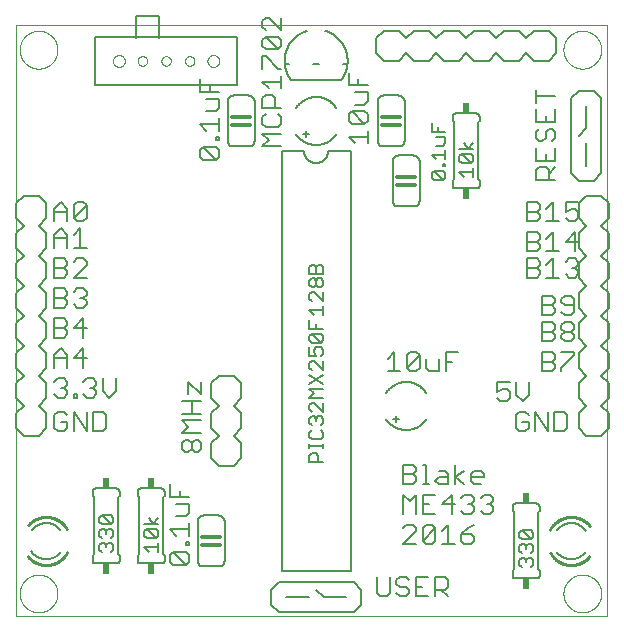
<source format=gto>
G75*
%MOIN*%
%OFA0B0*%
%FSLAX25Y25*%
%IPPOS*%
%LPD*%
%AMOC8*
5,1,8,0,0,1.08239X$1,22.5*
%
%ADD10C,0.00000*%
%ADD11C,0.00600*%
%ADD12C,0.01200*%
%ADD13C,0.00700*%
%ADD14C,0.00500*%
%ADD15C,0.00800*%
%ADD16C,0.01000*%
%ADD17R,0.02400X0.03400*%
D10*
X0001800Y0001800D02*
X0001800Y0198650D01*
X0198650Y0198650D01*
X0198650Y0001800D01*
X0001800Y0001800D01*
X0003001Y0009300D02*
X0003003Y0009458D01*
X0003009Y0009616D01*
X0003019Y0009774D01*
X0003033Y0009932D01*
X0003051Y0010089D01*
X0003072Y0010246D01*
X0003098Y0010402D01*
X0003128Y0010558D01*
X0003161Y0010713D01*
X0003199Y0010866D01*
X0003240Y0011019D01*
X0003285Y0011171D01*
X0003334Y0011322D01*
X0003387Y0011471D01*
X0003443Y0011619D01*
X0003503Y0011765D01*
X0003567Y0011910D01*
X0003635Y0012053D01*
X0003706Y0012195D01*
X0003780Y0012335D01*
X0003858Y0012472D01*
X0003940Y0012608D01*
X0004024Y0012742D01*
X0004113Y0012873D01*
X0004204Y0013002D01*
X0004299Y0013129D01*
X0004396Y0013254D01*
X0004497Y0013376D01*
X0004601Y0013495D01*
X0004708Y0013612D01*
X0004818Y0013726D01*
X0004931Y0013837D01*
X0005046Y0013946D01*
X0005164Y0014051D01*
X0005285Y0014153D01*
X0005408Y0014253D01*
X0005534Y0014349D01*
X0005662Y0014442D01*
X0005792Y0014532D01*
X0005925Y0014618D01*
X0006060Y0014702D01*
X0006196Y0014781D01*
X0006335Y0014858D01*
X0006476Y0014930D01*
X0006618Y0015000D01*
X0006762Y0015065D01*
X0006908Y0015127D01*
X0007055Y0015185D01*
X0007204Y0015240D01*
X0007354Y0015291D01*
X0007505Y0015338D01*
X0007657Y0015381D01*
X0007810Y0015420D01*
X0007965Y0015456D01*
X0008120Y0015487D01*
X0008276Y0015515D01*
X0008432Y0015539D01*
X0008589Y0015559D01*
X0008747Y0015575D01*
X0008904Y0015587D01*
X0009063Y0015595D01*
X0009221Y0015599D01*
X0009379Y0015599D01*
X0009537Y0015595D01*
X0009696Y0015587D01*
X0009853Y0015575D01*
X0010011Y0015559D01*
X0010168Y0015539D01*
X0010324Y0015515D01*
X0010480Y0015487D01*
X0010635Y0015456D01*
X0010790Y0015420D01*
X0010943Y0015381D01*
X0011095Y0015338D01*
X0011246Y0015291D01*
X0011396Y0015240D01*
X0011545Y0015185D01*
X0011692Y0015127D01*
X0011838Y0015065D01*
X0011982Y0015000D01*
X0012124Y0014930D01*
X0012265Y0014858D01*
X0012404Y0014781D01*
X0012540Y0014702D01*
X0012675Y0014618D01*
X0012808Y0014532D01*
X0012938Y0014442D01*
X0013066Y0014349D01*
X0013192Y0014253D01*
X0013315Y0014153D01*
X0013436Y0014051D01*
X0013554Y0013946D01*
X0013669Y0013837D01*
X0013782Y0013726D01*
X0013892Y0013612D01*
X0013999Y0013495D01*
X0014103Y0013376D01*
X0014204Y0013254D01*
X0014301Y0013129D01*
X0014396Y0013002D01*
X0014487Y0012873D01*
X0014576Y0012742D01*
X0014660Y0012608D01*
X0014742Y0012472D01*
X0014820Y0012335D01*
X0014894Y0012195D01*
X0014965Y0012053D01*
X0015033Y0011910D01*
X0015097Y0011765D01*
X0015157Y0011619D01*
X0015213Y0011471D01*
X0015266Y0011322D01*
X0015315Y0011171D01*
X0015360Y0011019D01*
X0015401Y0010866D01*
X0015439Y0010713D01*
X0015472Y0010558D01*
X0015502Y0010402D01*
X0015528Y0010246D01*
X0015549Y0010089D01*
X0015567Y0009932D01*
X0015581Y0009774D01*
X0015591Y0009616D01*
X0015597Y0009458D01*
X0015599Y0009300D01*
X0015597Y0009142D01*
X0015591Y0008984D01*
X0015581Y0008826D01*
X0015567Y0008668D01*
X0015549Y0008511D01*
X0015528Y0008354D01*
X0015502Y0008198D01*
X0015472Y0008042D01*
X0015439Y0007887D01*
X0015401Y0007734D01*
X0015360Y0007581D01*
X0015315Y0007429D01*
X0015266Y0007278D01*
X0015213Y0007129D01*
X0015157Y0006981D01*
X0015097Y0006835D01*
X0015033Y0006690D01*
X0014965Y0006547D01*
X0014894Y0006405D01*
X0014820Y0006265D01*
X0014742Y0006128D01*
X0014660Y0005992D01*
X0014576Y0005858D01*
X0014487Y0005727D01*
X0014396Y0005598D01*
X0014301Y0005471D01*
X0014204Y0005346D01*
X0014103Y0005224D01*
X0013999Y0005105D01*
X0013892Y0004988D01*
X0013782Y0004874D01*
X0013669Y0004763D01*
X0013554Y0004654D01*
X0013436Y0004549D01*
X0013315Y0004447D01*
X0013192Y0004347D01*
X0013066Y0004251D01*
X0012938Y0004158D01*
X0012808Y0004068D01*
X0012675Y0003982D01*
X0012540Y0003898D01*
X0012404Y0003819D01*
X0012265Y0003742D01*
X0012124Y0003670D01*
X0011982Y0003600D01*
X0011838Y0003535D01*
X0011692Y0003473D01*
X0011545Y0003415D01*
X0011396Y0003360D01*
X0011246Y0003309D01*
X0011095Y0003262D01*
X0010943Y0003219D01*
X0010790Y0003180D01*
X0010635Y0003144D01*
X0010480Y0003113D01*
X0010324Y0003085D01*
X0010168Y0003061D01*
X0010011Y0003041D01*
X0009853Y0003025D01*
X0009696Y0003013D01*
X0009537Y0003005D01*
X0009379Y0003001D01*
X0009221Y0003001D01*
X0009063Y0003005D01*
X0008904Y0003013D01*
X0008747Y0003025D01*
X0008589Y0003041D01*
X0008432Y0003061D01*
X0008276Y0003085D01*
X0008120Y0003113D01*
X0007965Y0003144D01*
X0007810Y0003180D01*
X0007657Y0003219D01*
X0007505Y0003262D01*
X0007354Y0003309D01*
X0007204Y0003360D01*
X0007055Y0003415D01*
X0006908Y0003473D01*
X0006762Y0003535D01*
X0006618Y0003600D01*
X0006476Y0003670D01*
X0006335Y0003742D01*
X0006196Y0003819D01*
X0006060Y0003898D01*
X0005925Y0003982D01*
X0005792Y0004068D01*
X0005662Y0004158D01*
X0005534Y0004251D01*
X0005408Y0004347D01*
X0005285Y0004447D01*
X0005164Y0004549D01*
X0005046Y0004654D01*
X0004931Y0004763D01*
X0004818Y0004874D01*
X0004708Y0004988D01*
X0004601Y0005105D01*
X0004497Y0005224D01*
X0004396Y0005346D01*
X0004299Y0005471D01*
X0004204Y0005598D01*
X0004113Y0005727D01*
X0004024Y0005858D01*
X0003940Y0005992D01*
X0003858Y0006128D01*
X0003780Y0006265D01*
X0003706Y0006405D01*
X0003635Y0006547D01*
X0003567Y0006690D01*
X0003503Y0006835D01*
X0003443Y0006981D01*
X0003387Y0007129D01*
X0003334Y0007278D01*
X0003285Y0007429D01*
X0003240Y0007581D01*
X0003199Y0007734D01*
X0003161Y0007887D01*
X0003128Y0008042D01*
X0003098Y0008198D01*
X0003072Y0008354D01*
X0003051Y0008511D01*
X0003033Y0008668D01*
X0003019Y0008826D01*
X0003009Y0008984D01*
X0003003Y0009142D01*
X0003001Y0009300D01*
X0034083Y0186800D02*
X0034085Y0186888D01*
X0034091Y0186976D01*
X0034101Y0187064D01*
X0034115Y0187152D01*
X0034132Y0187238D01*
X0034154Y0187324D01*
X0034179Y0187408D01*
X0034209Y0187492D01*
X0034241Y0187574D01*
X0034278Y0187654D01*
X0034318Y0187733D01*
X0034362Y0187810D01*
X0034409Y0187885D01*
X0034459Y0187957D01*
X0034513Y0188028D01*
X0034569Y0188095D01*
X0034629Y0188161D01*
X0034691Y0188223D01*
X0034757Y0188283D01*
X0034824Y0188339D01*
X0034895Y0188393D01*
X0034967Y0188443D01*
X0035042Y0188490D01*
X0035119Y0188534D01*
X0035198Y0188574D01*
X0035278Y0188611D01*
X0035360Y0188643D01*
X0035444Y0188673D01*
X0035528Y0188698D01*
X0035614Y0188720D01*
X0035700Y0188737D01*
X0035788Y0188751D01*
X0035876Y0188761D01*
X0035964Y0188767D01*
X0036052Y0188769D01*
X0036140Y0188767D01*
X0036228Y0188761D01*
X0036316Y0188751D01*
X0036404Y0188737D01*
X0036490Y0188720D01*
X0036576Y0188698D01*
X0036660Y0188673D01*
X0036744Y0188643D01*
X0036826Y0188611D01*
X0036906Y0188574D01*
X0036985Y0188534D01*
X0037062Y0188490D01*
X0037137Y0188443D01*
X0037209Y0188393D01*
X0037280Y0188339D01*
X0037347Y0188283D01*
X0037413Y0188223D01*
X0037475Y0188161D01*
X0037535Y0188095D01*
X0037591Y0188028D01*
X0037645Y0187957D01*
X0037695Y0187885D01*
X0037742Y0187810D01*
X0037786Y0187733D01*
X0037826Y0187654D01*
X0037863Y0187574D01*
X0037895Y0187492D01*
X0037925Y0187408D01*
X0037950Y0187324D01*
X0037972Y0187238D01*
X0037989Y0187152D01*
X0038003Y0187064D01*
X0038013Y0186976D01*
X0038019Y0186888D01*
X0038021Y0186800D01*
X0038019Y0186712D01*
X0038013Y0186624D01*
X0038003Y0186536D01*
X0037989Y0186448D01*
X0037972Y0186362D01*
X0037950Y0186276D01*
X0037925Y0186192D01*
X0037895Y0186108D01*
X0037863Y0186026D01*
X0037826Y0185946D01*
X0037786Y0185867D01*
X0037742Y0185790D01*
X0037695Y0185715D01*
X0037645Y0185643D01*
X0037591Y0185572D01*
X0037535Y0185505D01*
X0037475Y0185439D01*
X0037413Y0185377D01*
X0037347Y0185317D01*
X0037280Y0185261D01*
X0037209Y0185207D01*
X0037137Y0185157D01*
X0037062Y0185110D01*
X0036985Y0185066D01*
X0036906Y0185026D01*
X0036826Y0184989D01*
X0036744Y0184957D01*
X0036660Y0184927D01*
X0036576Y0184902D01*
X0036490Y0184880D01*
X0036404Y0184863D01*
X0036316Y0184849D01*
X0036228Y0184839D01*
X0036140Y0184833D01*
X0036052Y0184831D01*
X0035964Y0184833D01*
X0035876Y0184839D01*
X0035788Y0184849D01*
X0035700Y0184863D01*
X0035614Y0184880D01*
X0035528Y0184902D01*
X0035444Y0184927D01*
X0035360Y0184957D01*
X0035278Y0184989D01*
X0035198Y0185026D01*
X0035119Y0185066D01*
X0035042Y0185110D01*
X0034967Y0185157D01*
X0034895Y0185207D01*
X0034824Y0185261D01*
X0034757Y0185317D01*
X0034691Y0185377D01*
X0034629Y0185439D01*
X0034569Y0185505D01*
X0034513Y0185572D01*
X0034459Y0185643D01*
X0034409Y0185715D01*
X0034362Y0185790D01*
X0034318Y0185867D01*
X0034278Y0185946D01*
X0034241Y0186026D01*
X0034209Y0186108D01*
X0034179Y0186192D01*
X0034154Y0186276D01*
X0034132Y0186362D01*
X0034115Y0186448D01*
X0034101Y0186536D01*
X0034091Y0186624D01*
X0034085Y0186712D01*
X0034083Y0186800D01*
X0042351Y0186800D02*
X0042353Y0186879D01*
X0042359Y0186958D01*
X0042369Y0187037D01*
X0042383Y0187115D01*
X0042400Y0187192D01*
X0042422Y0187268D01*
X0042447Y0187343D01*
X0042477Y0187416D01*
X0042509Y0187488D01*
X0042546Y0187559D01*
X0042586Y0187627D01*
X0042629Y0187693D01*
X0042675Y0187757D01*
X0042725Y0187819D01*
X0042778Y0187878D01*
X0042833Y0187934D01*
X0042892Y0187988D01*
X0042953Y0188038D01*
X0043016Y0188086D01*
X0043082Y0188130D01*
X0043150Y0188171D01*
X0043220Y0188208D01*
X0043291Y0188242D01*
X0043365Y0188272D01*
X0043439Y0188298D01*
X0043515Y0188320D01*
X0043592Y0188339D01*
X0043670Y0188354D01*
X0043748Y0188365D01*
X0043827Y0188372D01*
X0043906Y0188375D01*
X0043985Y0188374D01*
X0044064Y0188369D01*
X0044143Y0188360D01*
X0044221Y0188347D01*
X0044298Y0188330D01*
X0044375Y0188310D01*
X0044450Y0188285D01*
X0044524Y0188257D01*
X0044597Y0188225D01*
X0044667Y0188190D01*
X0044736Y0188151D01*
X0044803Y0188108D01*
X0044868Y0188062D01*
X0044930Y0188014D01*
X0044990Y0187962D01*
X0045047Y0187907D01*
X0045101Y0187849D01*
X0045152Y0187789D01*
X0045200Y0187726D01*
X0045245Y0187661D01*
X0045287Y0187593D01*
X0045325Y0187524D01*
X0045359Y0187453D01*
X0045390Y0187380D01*
X0045418Y0187305D01*
X0045441Y0187230D01*
X0045461Y0187153D01*
X0045477Y0187076D01*
X0045489Y0186997D01*
X0045497Y0186919D01*
X0045501Y0186840D01*
X0045501Y0186760D01*
X0045497Y0186681D01*
X0045489Y0186603D01*
X0045477Y0186524D01*
X0045461Y0186447D01*
X0045441Y0186370D01*
X0045418Y0186295D01*
X0045390Y0186220D01*
X0045359Y0186147D01*
X0045325Y0186076D01*
X0045287Y0186007D01*
X0045245Y0185939D01*
X0045200Y0185874D01*
X0045152Y0185811D01*
X0045101Y0185751D01*
X0045047Y0185693D01*
X0044990Y0185638D01*
X0044930Y0185586D01*
X0044868Y0185538D01*
X0044803Y0185492D01*
X0044736Y0185449D01*
X0044667Y0185410D01*
X0044597Y0185375D01*
X0044524Y0185343D01*
X0044450Y0185315D01*
X0044375Y0185290D01*
X0044298Y0185270D01*
X0044221Y0185253D01*
X0044143Y0185240D01*
X0044064Y0185231D01*
X0043985Y0185226D01*
X0043906Y0185225D01*
X0043827Y0185228D01*
X0043748Y0185235D01*
X0043670Y0185246D01*
X0043592Y0185261D01*
X0043515Y0185280D01*
X0043439Y0185302D01*
X0043365Y0185328D01*
X0043291Y0185358D01*
X0043220Y0185392D01*
X0043150Y0185429D01*
X0043082Y0185470D01*
X0043016Y0185514D01*
X0042953Y0185562D01*
X0042892Y0185612D01*
X0042833Y0185666D01*
X0042778Y0185722D01*
X0042725Y0185781D01*
X0042675Y0185843D01*
X0042629Y0185907D01*
X0042586Y0185973D01*
X0042546Y0186041D01*
X0042509Y0186112D01*
X0042477Y0186184D01*
X0042447Y0186257D01*
X0042422Y0186332D01*
X0042400Y0186408D01*
X0042383Y0186485D01*
X0042369Y0186563D01*
X0042359Y0186642D01*
X0042353Y0186721D01*
X0042351Y0186800D01*
X0050225Y0186800D02*
X0050227Y0186879D01*
X0050233Y0186958D01*
X0050243Y0187037D01*
X0050257Y0187115D01*
X0050274Y0187192D01*
X0050296Y0187268D01*
X0050321Y0187343D01*
X0050351Y0187416D01*
X0050383Y0187488D01*
X0050420Y0187559D01*
X0050460Y0187627D01*
X0050503Y0187693D01*
X0050549Y0187757D01*
X0050599Y0187819D01*
X0050652Y0187878D01*
X0050707Y0187934D01*
X0050766Y0187988D01*
X0050827Y0188038D01*
X0050890Y0188086D01*
X0050956Y0188130D01*
X0051024Y0188171D01*
X0051094Y0188208D01*
X0051165Y0188242D01*
X0051239Y0188272D01*
X0051313Y0188298D01*
X0051389Y0188320D01*
X0051466Y0188339D01*
X0051544Y0188354D01*
X0051622Y0188365D01*
X0051701Y0188372D01*
X0051780Y0188375D01*
X0051859Y0188374D01*
X0051938Y0188369D01*
X0052017Y0188360D01*
X0052095Y0188347D01*
X0052172Y0188330D01*
X0052249Y0188310D01*
X0052324Y0188285D01*
X0052398Y0188257D01*
X0052471Y0188225D01*
X0052541Y0188190D01*
X0052610Y0188151D01*
X0052677Y0188108D01*
X0052742Y0188062D01*
X0052804Y0188014D01*
X0052864Y0187962D01*
X0052921Y0187907D01*
X0052975Y0187849D01*
X0053026Y0187789D01*
X0053074Y0187726D01*
X0053119Y0187661D01*
X0053161Y0187593D01*
X0053199Y0187524D01*
X0053233Y0187453D01*
X0053264Y0187380D01*
X0053292Y0187305D01*
X0053315Y0187230D01*
X0053335Y0187153D01*
X0053351Y0187076D01*
X0053363Y0186997D01*
X0053371Y0186919D01*
X0053375Y0186840D01*
X0053375Y0186760D01*
X0053371Y0186681D01*
X0053363Y0186603D01*
X0053351Y0186524D01*
X0053335Y0186447D01*
X0053315Y0186370D01*
X0053292Y0186295D01*
X0053264Y0186220D01*
X0053233Y0186147D01*
X0053199Y0186076D01*
X0053161Y0186007D01*
X0053119Y0185939D01*
X0053074Y0185874D01*
X0053026Y0185811D01*
X0052975Y0185751D01*
X0052921Y0185693D01*
X0052864Y0185638D01*
X0052804Y0185586D01*
X0052742Y0185538D01*
X0052677Y0185492D01*
X0052610Y0185449D01*
X0052541Y0185410D01*
X0052471Y0185375D01*
X0052398Y0185343D01*
X0052324Y0185315D01*
X0052249Y0185290D01*
X0052172Y0185270D01*
X0052095Y0185253D01*
X0052017Y0185240D01*
X0051938Y0185231D01*
X0051859Y0185226D01*
X0051780Y0185225D01*
X0051701Y0185228D01*
X0051622Y0185235D01*
X0051544Y0185246D01*
X0051466Y0185261D01*
X0051389Y0185280D01*
X0051313Y0185302D01*
X0051239Y0185328D01*
X0051165Y0185358D01*
X0051094Y0185392D01*
X0051024Y0185429D01*
X0050956Y0185470D01*
X0050890Y0185514D01*
X0050827Y0185562D01*
X0050766Y0185612D01*
X0050707Y0185666D01*
X0050652Y0185722D01*
X0050599Y0185781D01*
X0050549Y0185843D01*
X0050503Y0185907D01*
X0050460Y0185973D01*
X0050420Y0186041D01*
X0050383Y0186112D01*
X0050351Y0186184D01*
X0050321Y0186257D01*
X0050296Y0186332D01*
X0050274Y0186408D01*
X0050257Y0186485D01*
X0050243Y0186563D01*
X0050233Y0186642D01*
X0050227Y0186721D01*
X0050225Y0186800D01*
X0058099Y0186800D02*
X0058101Y0186879D01*
X0058107Y0186958D01*
X0058117Y0187037D01*
X0058131Y0187115D01*
X0058148Y0187192D01*
X0058170Y0187268D01*
X0058195Y0187343D01*
X0058225Y0187416D01*
X0058257Y0187488D01*
X0058294Y0187559D01*
X0058334Y0187627D01*
X0058377Y0187693D01*
X0058423Y0187757D01*
X0058473Y0187819D01*
X0058526Y0187878D01*
X0058581Y0187934D01*
X0058640Y0187988D01*
X0058701Y0188038D01*
X0058764Y0188086D01*
X0058830Y0188130D01*
X0058898Y0188171D01*
X0058968Y0188208D01*
X0059039Y0188242D01*
X0059113Y0188272D01*
X0059187Y0188298D01*
X0059263Y0188320D01*
X0059340Y0188339D01*
X0059418Y0188354D01*
X0059496Y0188365D01*
X0059575Y0188372D01*
X0059654Y0188375D01*
X0059733Y0188374D01*
X0059812Y0188369D01*
X0059891Y0188360D01*
X0059969Y0188347D01*
X0060046Y0188330D01*
X0060123Y0188310D01*
X0060198Y0188285D01*
X0060272Y0188257D01*
X0060345Y0188225D01*
X0060415Y0188190D01*
X0060484Y0188151D01*
X0060551Y0188108D01*
X0060616Y0188062D01*
X0060678Y0188014D01*
X0060738Y0187962D01*
X0060795Y0187907D01*
X0060849Y0187849D01*
X0060900Y0187789D01*
X0060948Y0187726D01*
X0060993Y0187661D01*
X0061035Y0187593D01*
X0061073Y0187524D01*
X0061107Y0187453D01*
X0061138Y0187380D01*
X0061166Y0187305D01*
X0061189Y0187230D01*
X0061209Y0187153D01*
X0061225Y0187076D01*
X0061237Y0186997D01*
X0061245Y0186919D01*
X0061249Y0186840D01*
X0061249Y0186760D01*
X0061245Y0186681D01*
X0061237Y0186603D01*
X0061225Y0186524D01*
X0061209Y0186447D01*
X0061189Y0186370D01*
X0061166Y0186295D01*
X0061138Y0186220D01*
X0061107Y0186147D01*
X0061073Y0186076D01*
X0061035Y0186007D01*
X0060993Y0185939D01*
X0060948Y0185874D01*
X0060900Y0185811D01*
X0060849Y0185751D01*
X0060795Y0185693D01*
X0060738Y0185638D01*
X0060678Y0185586D01*
X0060616Y0185538D01*
X0060551Y0185492D01*
X0060484Y0185449D01*
X0060415Y0185410D01*
X0060345Y0185375D01*
X0060272Y0185343D01*
X0060198Y0185315D01*
X0060123Y0185290D01*
X0060046Y0185270D01*
X0059969Y0185253D01*
X0059891Y0185240D01*
X0059812Y0185231D01*
X0059733Y0185226D01*
X0059654Y0185225D01*
X0059575Y0185228D01*
X0059496Y0185235D01*
X0059418Y0185246D01*
X0059340Y0185261D01*
X0059263Y0185280D01*
X0059187Y0185302D01*
X0059113Y0185328D01*
X0059039Y0185358D01*
X0058968Y0185392D01*
X0058898Y0185429D01*
X0058830Y0185470D01*
X0058764Y0185514D01*
X0058701Y0185562D01*
X0058640Y0185612D01*
X0058581Y0185666D01*
X0058526Y0185722D01*
X0058473Y0185781D01*
X0058423Y0185843D01*
X0058377Y0185907D01*
X0058334Y0185973D01*
X0058294Y0186041D01*
X0058257Y0186112D01*
X0058225Y0186184D01*
X0058195Y0186257D01*
X0058170Y0186332D01*
X0058148Y0186408D01*
X0058131Y0186485D01*
X0058117Y0186563D01*
X0058107Y0186642D01*
X0058101Y0186721D01*
X0058099Y0186800D01*
X0065579Y0186800D02*
X0065581Y0186888D01*
X0065587Y0186976D01*
X0065597Y0187064D01*
X0065611Y0187152D01*
X0065628Y0187238D01*
X0065650Y0187324D01*
X0065675Y0187408D01*
X0065705Y0187492D01*
X0065737Y0187574D01*
X0065774Y0187654D01*
X0065814Y0187733D01*
X0065858Y0187810D01*
X0065905Y0187885D01*
X0065955Y0187957D01*
X0066009Y0188028D01*
X0066065Y0188095D01*
X0066125Y0188161D01*
X0066187Y0188223D01*
X0066253Y0188283D01*
X0066320Y0188339D01*
X0066391Y0188393D01*
X0066463Y0188443D01*
X0066538Y0188490D01*
X0066615Y0188534D01*
X0066694Y0188574D01*
X0066774Y0188611D01*
X0066856Y0188643D01*
X0066940Y0188673D01*
X0067024Y0188698D01*
X0067110Y0188720D01*
X0067196Y0188737D01*
X0067284Y0188751D01*
X0067372Y0188761D01*
X0067460Y0188767D01*
X0067548Y0188769D01*
X0067636Y0188767D01*
X0067724Y0188761D01*
X0067812Y0188751D01*
X0067900Y0188737D01*
X0067986Y0188720D01*
X0068072Y0188698D01*
X0068156Y0188673D01*
X0068240Y0188643D01*
X0068322Y0188611D01*
X0068402Y0188574D01*
X0068481Y0188534D01*
X0068558Y0188490D01*
X0068633Y0188443D01*
X0068705Y0188393D01*
X0068776Y0188339D01*
X0068843Y0188283D01*
X0068909Y0188223D01*
X0068971Y0188161D01*
X0069031Y0188095D01*
X0069087Y0188028D01*
X0069141Y0187957D01*
X0069191Y0187885D01*
X0069238Y0187810D01*
X0069282Y0187733D01*
X0069322Y0187654D01*
X0069359Y0187574D01*
X0069391Y0187492D01*
X0069421Y0187408D01*
X0069446Y0187324D01*
X0069468Y0187238D01*
X0069485Y0187152D01*
X0069499Y0187064D01*
X0069509Y0186976D01*
X0069515Y0186888D01*
X0069517Y0186800D01*
X0069515Y0186712D01*
X0069509Y0186624D01*
X0069499Y0186536D01*
X0069485Y0186448D01*
X0069468Y0186362D01*
X0069446Y0186276D01*
X0069421Y0186192D01*
X0069391Y0186108D01*
X0069359Y0186026D01*
X0069322Y0185946D01*
X0069282Y0185867D01*
X0069238Y0185790D01*
X0069191Y0185715D01*
X0069141Y0185643D01*
X0069087Y0185572D01*
X0069031Y0185505D01*
X0068971Y0185439D01*
X0068909Y0185377D01*
X0068843Y0185317D01*
X0068776Y0185261D01*
X0068705Y0185207D01*
X0068633Y0185157D01*
X0068558Y0185110D01*
X0068481Y0185066D01*
X0068402Y0185026D01*
X0068322Y0184989D01*
X0068240Y0184957D01*
X0068156Y0184927D01*
X0068072Y0184902D01*
X0067986Y0184880D01*
X0067900Y0184863D01*
X0067812Y0184849D01*
X0067724Y0184839D01*
X0067636Y0184833D01*
X0067548Y0184831D01*
X0067460Y0184833D01*
X0067372Y0184839D01*
X0067284Y0184849D01*
X0067196Y0184863D01*
X0067110Y0184880D01*
X0067024Y0184902D01*
X0066940Y0184927D01*
X0066856Y0184957D01*
X0066774Y0184989D01*
X0066694Y0185026D01*
X0066615Y0185066D01*
X0066538Y0185110D01*
X0066463Y0185157D01*
X0066391Y0185207D01*
X0066320Y0185261D01*
X0066253Y0185317D01*
X0066187Y0185377D01*
X0066125Y0185439D01*
X0066065Y0185505D01*
X0066009Y0185572D01*
X0065955Y0185643D01*
X0065905Y0185715D01*
X0065858Y0185790D01*
X0065814Y0185867D01*
X0065774Y0185946D01*
X0065737Y0186026D01*
X0065705Y0186108D01*
X0065675Y0186192D01*
X0065650Y0186276D01*
X0065628Y0186362D01*
X0065611Y0186448D01*
X0065597Y0186536D01*
X0065587Y0186624D01*
X0065581Y0186712D01*
X0065579Y0186800D01*
X0003001Y0190550D02*
X0003003Y0190708D01*
X0003009Y0190866D01*
X0003019Y0191024D01*
X0003033Y0191182D01*
X0003051Y0191339D01*
X0003072Y0191496D01*
X0003098Y0191652D01*
X0003128Y0191808D01*
X0003161Y0191963D01*
X0003199Y0192116D01*
X0003240Y0192269D01*
X0003285Y0192421D01*
X0003334Y0192572D01*
X0003387Y0192721D01*
X0003443Y0192869D01*
X0003503Y0193015D01*
X0003567Y0193160D01*
X0003635Y0193303D01*
X0003706Y0193445D01*
X0003780Y0193585D01*
X0003858Y0193722D01*
X0003940Y0193858D01*
X0004024Y0193992D01*
X0004113Y0194123D01*
X0004204Y0194252D01*
X0004299Y0194379D01*
X0004396Y0194504D01*
X0004497Y0194626D01*
X0004601Y0194745D01*
X0004708Y0194862D01*
X0004818Y0194976D01*
X0004931Y0195087D01*
X0005046Y0195196D01*
X0005164Y0195301D01*
X0005285Y0195403D01*
X0005408Y0195503D01*
X0005534Y0195599D01*
X0005662Y0195692D01*
X0005792Y0195782D01*
X0005925Y0195868D01*
X0006060Y0195952D01*
X0006196Y0196031D01*
X0006335Y0196108D01*
X0006476Y0196180D01*
X0006618Y0196250D01*
X0006762Y0196315D01*
X0006908Y0196377D01*
X0007055Y0196435D01*
X0007204Y0196490D01*
X0007354Y0196541D01*
X0007505Y0196588D01*
X0007657Y0196631D01*
X0007810Y0196670D01*
X0007965Y0196706D01*
X0008120Y0196737D01*
X0008276Y0196765D01*
X0008432Y0196789D01*
X0008589Y0196809D01*
X0008747Y0196825D01*
X0008904Y0196837D01*
X0009063Y0196845D01*
X0009221Y0196849D01*
X0009379Y0196849D01*
X0009537Y0196845D01*
X0009696Y0196837D01*
X0009853Y0196825D01*
X0010011Y0196809D01*
X0010168Y0196789D01*
X0010324Y0196765D01*
X0010480Y0196737D01*
X0010635Y0196706D01*
X0010790Y0196670D01*
X0010943Y0196631D01*
X0011095Y0196588D01*
X0011246Y0196541D01*
X0011396Y0196490D01*
X0011545Y0196435D01*
X0011692Y0196377D01*
X0011838Y0196315D01*
X0011982Y0196250D01*
X0012124Y0196180D01*
X0012265Y0196108D01*
X0012404Y0196031D01*
X0012540Y0195952D01*
X0012675Y0195868D01*
X0012808Y0195782D01*
X0012938Y0195692D01*
X0013066Y0195599D01*
X0013192Y0195503D01*
X0013315Y0195403D01*
X0013436Y0195301D01*
X0013554Y0195196D01*
X0013669Y0195087D01*
X0013782Y0194976D01*
X0013892Y0194862D01*
X0013999Y0194745D01*
X0014103Y0194626D01*
X0014204Y0194504D01*
X0014301Y0194379D01*
X0014396Y0194252D01*
X0014487Y0194123D01*
X0014576Y0193992D01*
X0014660Y0193858D01*
X0014742Y0193722D01*
X0014820Y0193585D01*
X0014894Y0193445D01*
X0014965Y0193303D01*
X0015033Y0193160D01*
X0015097Y0193015D01*
X0015157Y0192869D01*
X0015213Y0192721D01*
X0015266Y0192572D01*
X0015315Y0192421D01*
X0015360Y0192269D01*
X0015401Y0192116D01*
X0015439Y0191963D01*
X0015472Y0191808D01*
X0015502Y0191652D01*
X0015528Y0191496D01*
X0015549Y0191339D01*
X0015567Y0191182D01*
X0015581Y0191024D01*
X0015591Y0190866D01*
X0015597Y0190708D01*
X0015599Y0190550D01*
X0015597Y0190392D01*
X0015591Y0190234D01*
X0015581Y0190076D01*
X0015567Y0189918D01*
X0015549Y0189761D01*
X0015528Y0189604D01*
X0015502Y0189448D01*
X0015472Y0189292D01*
X0015439Y0189137D01*
X0015401Y0188984D01*
X0015360Y0188831D01*
X0015315Y0188679D01*
X0015266Y0188528D01*
X0015213Y0188379D01*
X0015157Y0188231D01*
X0015097Y0188085D01*
X0015033Y0187940D01*
X0014965Y0187797D01*
X0014894Y0187655D01*
X0014820Y0187515D01*
X0014742Y0187378D01*
X0014660Y0187242D01*
X0014576Y0187108D01*
X0014487Y0186977D01*
X0014396Y0186848D01*
X0014301Y0186721D01*
X0014204Y0186596D01*
X0014103Y0186474D01*
X0013999Y0186355D01*
X0013892Y0186238D01*
X0013782Y0186124D01*
X0013669Y0186013D01*
X0013554Y0185904D01*
X0013436Y0185799D01*
X0013315Y0185697D01*
X0013192Y0185597D01*
X0013066Y0185501D01*
X0012938Y0185408D01*
X0012808Y0185318D01*
X0012675Y0185232D01*
X0012540Y0185148D01*
X0012404Y0185069D01*
X0012265Y0184992D01*
X0012124Y0184920D01*
X0011982Y0184850D01*
X0011838Y0184785D01*
X0011692Y0184723D01*
X0011545Y0184665D01*
X0011396Y0184610D01*
X0011246Y0184559D01*
X0011095Y0184512D01*
X0010943Y0184469D01*
X0010790Y0184430D01*
X0010635Y0184394D01*
X0010480Y0184363D01*
X0010324Y0184335D01*
X0010168Y0184311D01*
X0010011Y0184291D01*
X0009853Y0184275D01*
X0009696Y0184263D01*
X0009537Y0184255D01*
X0009379Y0184251D01*
X0009221Y0184251D01*
X0009063Y0184255D01*
X0008904Y0184263D01*
X0008747Y0184275D01*
X0008589Y0184291D01*
X0008432Y0184311D01*
X0008276Y0184335D01*
X0008120Y0184363D01*
X0007965Y0184394D01*
X0007810Y0184430D01*
X0007657Y0184469D01*
X0007505Y0184512D01*
X0007354Y0184559D01*
X0007204Y0184610D01*
X0007055Y0184665D01*
X0006908Y0184723D01*
X0006762Y0184785D01*
X0006618Y0184850D01*
X0006476Y0184920D01*
X0006335Y0184992D01*
X0006196Y0185069D01*
X0006060Y0185148D01*
X0005925Y0185232D01*
X0005792Y0185318D01*
X0005662Y0185408D01*
X0005534Y0185501D01*
X0005408Y0185597D01*
X0005285Y0185697D01*
X0005164Y0185799D01*
X0005046Y0185904D01*
X0004931Y0186013D01*
X0004818Y0186124D01*
X0004708Y0186238D01*
X0004601Y0186355D01*
X0004497Y0186474D01*
X0004396Y0186596D01*
X0004299Y0186721D01*
X0004204Y0186848D01*
X0004113Y0186977D01*
X0004024Y0187108D01*
X0003940Y0187242D01*
X0003858Y0187378D01*
X0003780Y0187515D01*
X0003706Y0187655D01*
X0003635Y0187797D01*
X0003567Y0187940D01*
X0003503Y0188085D01*
X0003443Y0188231D01*
X0003387Y0188379D01*
X0003334Y0188528D01*
X0003285Y0188679D01*
X0003240Y0188831D01*
X0003199Y0188984D01*
X0003161Y0189137D01*
X0003128Y0189292D01*
X0003098Y0189448D01*
X0003072Y0189604D01*
X0003051Y0189761D01*
X0003033Y0189918D01*
X0003019Y0190076D01*
X0003009Y0190234D01*
X0003003Y0190392D01*
X0003001Y0190550D01*
X0184251Y0190550D02*
X0184253Y0190708D01*
X0184259Y0190866D01*
X0184269Y0191024D01*
X0184283Y0191182D01*
X0184301Y0191339D01*
X0184322Y0191496D01*
X0184348Y0191652D01*
X0184378Y0191808D01*
X0184411Y0191963D01*
X0184449Y0192116D01*
X0184490Y0192269D01*
X0184535Y0192421D01*
X0184584Y0192572D01*
X0184637Y0192721D01*
X0184693Y0192869D01*
X0184753Y0193015D01*
X0184817Y0193160D01*
X0184885Y0193303D01*
X0184956Y0193445D01*
X0185030Y0193585D01*
X0185108Y0193722D01*
X0185190Y0193858D01*
X0185274Y0193992D01*
X0185363Y0194123D01*
X0185454Y0194252D01*
X0185549Y0194379D01*
X0185646Y0194504D01*
X0185747Y0194626D01*
X0185851Y0194745D01*
X0185958Y0194862D01*
X0186068Y0194976D01*
X0186181Y0195087D01*
X0186296Y0195196D01*
X0186414Y0195301D01*
X0186535Y0195403D01*
X0186658Y0195503D01*
X0186784Y0195599D01*
X0186912Y0195692D01*
X0187042Y0195782D01*
X0187175Y0195868D01*
X0187310Y0195952D01*
X0187446Y0196031D01*
X0187585Y0196108D01*
X0187726Y0196180D01*
X0187868Y0196250D01*
X0188012Y0196315D01*
X0188158Y0196377D01*
X0188305Y0196435D01*
X0188454Y0196490D01*
X0188604Y0196541D01*
X0188755Y0196588D01*
X0188907Y0196631D01*
X0189060Y0196670D01*
X0189215Y0196706D01*
X0189370Y0196737D01*
X0189526Y0196765D01*
X0189682Y0196789D01*
X0189839Y0196809D01*
X0189997Y0196825D01*
X0190154Y0196837D01*
X0190313Y0196845D01*
X0190471Y0196849D01*
X0190629Y0196849D01*
X0190787Y0196845D01*
X0190946Y0196837D01*
X0191103Y0196825D01*
X0191261Y0196809D01*
X0191418Y0196789D01*
X0191574Y0196765D01*
X0191730Y0196737D01*
X0191885Y0196706D01*
X0192040Y0196670D01*
X0192193Y0196631D01*
X0192345Y0196588D01*
X0192496Y0196541D01*
X0192646Y0196490D01*
X0192795Y0196435D01*
X0192942Y0196377D01*
X0193088Y0196315D01*
X0193232Y0196250D01*
X0193374Y0196180D01*
X0193515Y0196108D01*
X0193654Y0196031D01*
X0193790Y0195952D01*
X0193925Y0195868D01*
X0194058Y0195782D01*
X0194188Y0195692D01*
X0194316Y0195599D01*
X0194442Y0195503D01*
X0194565Y0195403D01*
X0194686Y0195301D01*
X0194804Y0195196D01*
X0194919Y0195087D01*
X0195032Y0194976D01*
X0195142Y0194862D01*
X0195249Y0194745D01*
X0195353Y0194626D01*
X0195454Y0194504D01*
X0195551Y0194379D01*
X0195646Y0194252D01*
X0195737Y0194123D01*
X0195826Y0193992D01*
X0195910Y0193858D01*
X0195992Y0193722D01*
X0196070Y0193585D01*
X0196144Y0193445D01*
X0196215Y0193303D01*
X0196283Y0193160D01*
X0196347Y0193015D01*
X0196407Y0192869D01*
X0196463Y0192721D01*
X0196516Y0192572D01*
X0196565Y0192421D01*
X0196610Y0192269D01*
X0196651Y0192116D01*
X0196689Y0191963D01*
X0196722Y0191808D01*
X0196752Y0191652D01*
X0196778Y0191496D01*
X0196799Y0191339D01*
X0196817Y0191182D01*
X0196831Y0191024D01*
X0196841Y0190866D01*
X0196847Y0190708D01*
X0196849Y0190550D01*
X0196847Y0190392D01*
X0196841Y0190234D01*
X0196831Y0190076D01*
X0196817Y0189918D01*
X0196799Y0189761D01*
X0196778Y0189604D01*
X0196752Y0189448D01*
X0196722Y0189292D01*
X0196689Y0189137D01*
X0196651Y0188984D01*
X0196610Y0188831D01*
X0196565Y0188679D01*
X0196516Y0188528D01*
X0196463Y0188379D01*
X0196407Y0188231D01*
X0196347Y0188085D01*
X0196283Y0187940D01*
X0196215Y0187797D01*
X0196144Y0187655D01*
X0196070Y0187515D01*
X0195992Y0187378D01*
X0195910Y0187242D01*
X0195826Y0187108D01*
X0195737Y0186977D01*
X0195646Y0186848D01*
X0195551Y0186721D01*
X0195454Y0186596D01*
X0195353Y0186474D01*
X0195249Y0186355D01*
X0195142Y0186238D01*
X0195032Y0186124D01*
X0194919Y0186013D01*
X0194804Y0185904D01*
X0194686Y0185799D01*
X0194565Y0185697D01*
X0194442Y0185597D01*
X0194316Y0185501D01*
X0194188Y0185408D01*
X0194058Y0185318D01*
X0193925Y0185232D01*
X0193790Y0185148D01*
X0193654Y0185069D01*
X0193515Y0184992D01*
X0193374Y0184920D01*
X0193232Y0184850D01*
X0193088Y0184785D01*
X0192942Y0184723D01*
X0192795Y0184665D01*
X0192646Y0184610D01*
X0192496Y0184559D01*
X0192345Y0184512D01*
X0192193Y0184469D01*
X0192040Y0184430D01*
X0191885Y0184394D01*
X0191730Y0184363D01*
X0191574Y0184335D01*
X0191418Y0184311D01*
X0191261Y0184291D01*
X0191103Y0184275D01*
X0190946Y0184263D01*
X0190787Y0184255D01*
X0190629Y0184251D01*
X0190471Y0184251D01*
X0190313Y0184255D01*
X0190154Y0184263D01*
X0189997Y0184275D01*
X0189839Y0184291D01*
X0189682Y0184311D01*
X0189526Y0184335D01*
X0189370Y0184363D01*
X0189215Y0184394D01*
X0189060Y0184430D01*
X0188907Y0184469D01*
X0188755Y0184512D01*
X0188604Y0184559D01*
X0188454Y0184610D01*
X0188305Y0184665D01*
X0188158Y0184723D01*
X0188012Y0184785D01*
X0187868Y0184850D01*
X0187726Y0184920D01*
X0187585Y0184992D01*
X0187446Y0185069D01*
X0187310Y0185148D01*
X0187175Y0185232D01*
X0187042Y0185318D01*
X0186912Y0185408D01*
X0186784Y0185501D01*
X0186658Y0185597D01*
X0186535Y0185697D01*
X0186414Y0185799D01*
X0186296Y0185904D01*
X0186181Y0186013D01*
X0186068Y0186124D01*
X0185958Y0186238D01*
X0185851Y0186355D01*
X0185747Y0186474D01*
X0185646Y0186596D01*
X0185549Y0186721D01*
X0185454Y0186848D01*
X0185363Y0186977D01*
X0185274Y0187108D01*
X0185190Y0187242D01*
X0185108Y0187378D01*
X0185030Y0187515D01*
X0184956Y0187655D01*
X0184885Y0187797D01*
X0184817Y0187940D01*
X0184753Y0188085D01*
X0184693Y0188231D01*
X0184637Y0188379D01*
X0184584Y0188528D01*
X0184535Y0188679D01*
X0184490Y0188831D01*
X0184449Y0188984D01*
X0184411Y0189137D01*
X0184378Y0189292D01*
X0184348Y0189448D01*
X0184322Y0189604D01*
X0184301Y0189761D01*
X0184283Y0189918D01*
X0184269Y0190076D01*
X0184259Y0190234D01*
X0184253Y0190392D01*
X0184251Y0190550D01*
X0184251Y0009300D02*
X0184253Y0009458D01*
X0184259Y0009616D01*
X0184269Y0009774D01*
X0184283Y0009932D01*
X0184301Y0010089D01*
X0184322Y0010246D01*
X0184348Y0010402D01*
X0184378Y0010558D01*
X0184411Y0010713D01*
X0184449Y0010866D01*
X0184490Y0011019D01*
X0184535Y0011171D01*
X0184584Y0011322D01*
X0184637Y0011471D01*
X0184693Y0011619D01*
X0184753Y0011765D01*
X0184817Y0011910D01*
X0184885Y0012053D01*
X0184956Y0012195D01*
X0185030Y0012335D01*
X0185108Y0012472D01*
X0185190Y0012608D01*
X0185274Y0012742D01*
X0185363Y0012873D01*
X0185454Y0013002D01*
X0185549Y0013129D01*
X0185646Y0013254D01*
X0185747Y0013376D01*
X0185851Y0013495D01*
X0185958Y0013612D01*
X0186068Y0013726D01*
X0186181Y0013837D01*
X0186296Y0013946D01*
X0186414Y0014051D01*
X0186535Y0014153D01*
X0186658Y0014253D01*
X0186784Y0014349D01*
X0186912Y0014442D01*
X0187042Y0014532D01*
X0187175Y0014618D01*
X0187310Y0014702D01*
X0187446Y0014781D01*
X0187585Y0014858D01*
X0187726Y0014930D01*
X0187868Y0015000D01*
X0188012Y0015065D01*
X0188158Y0015127D01*
X0188305Y0015185D01*
X0188454Y0015240D01*
X0188604Y0015291D01*
X0188755Y0015338D01*
X0188907Y0015381D01*
X0189060Y0015420D01*
X0189215Y0015456D01*
X0189370Y0015487D01*
X0189526Y0015515D01*
X0189682Y0015539D01*
X0189839Y0015559D01*
X0189997Y0015575D01*
X0190154Y0015587D01*
X0190313Y0015595D01*
X0190471Y0015599D01*
X0190629Y0015599D01*
X0190787Y0015595D01*
X0190946Y0015587D01*
X0191103Y0015575D01*
X0191261Y0015559D01*
X0191418Y0015539D01*
X0191574Y0015515D01*
X0191730Y0015487D01*
X0191885Y0015456D01*
X0192040Y0015420D01*
X0192193Y0015381D01*
X0192345Y0015338D01*
X0192496Y0015291D01*
X0192646Y0015240D01*
X0192795Y0015185D01*
X0192942Y0015127D01*
X0193088Y0015065D01*
X0193232Y0015000D01*
X0193374Y0014930D01*
X0193515Y0014858D01*
X0193654Y0014781D01*
X0193790Y0014702D01*
X0193925Y0014618D01*
X0194058Y0014532D01*
X0194188Y0014442D01*
X0194316Y0014349D01*
X0194442Y0014253D01*
X0194565Y0014153D01*
X0194686Y0014051D01*
X0194804Y0013946D01*
X0194919Y0013837D01*
X0195032Y0013726D01*
X0195142Y0013612D01*
X0195249Y0013495D01*
X0195353Y0013376D01*
X0195454Y0013254D01*
X0195551Y0013129D01*
X0195646Y0013002D01*
X0195737Y0012873D01*
X0195826Y0012742D01*
X0195910Y0012608D01*
X0195992Y0012472D01*
X0196070Y0012335D01*
X0196144Y0012195D01*
X0196215Y0012053D01*
X0196283Y0011910D01*
X0196347Y0011765D01*
X0196407Y0011619D01*
X0196463Y0011471D01*
X0196516Y0011322D01*
X0196565Y0011171D01*
X0196610Y0011019D01*
X0196651Y0010866D01*
X0196689Y0010713D01*
X0196722Y0010558D01*
X0196752Y0010402D01*
X0196778Y0010246D01*
X0196799Y0010089D01*
X0196817Y0009932D01*
X0196831Y0009774D01*
X0196841Y0009616D01*
X0196847Y0009458D01*
X0196849Y0009300D01*
X0196847Y0009142D01*
X0196841Y0008984D01*
X0196831Y0008826D01*
X0196817Y0008668D01*
X0196799Y0008511D01*
X0196778Y0008354D01*
X0196752Y0008198D01*
X0196722Y0008042D01*
X0196689Y0007887D01*
X0196651Y0007734D01*
X0196610Y0007581D01*
X0196565Y0007429D01*
X0196516Y0007278D01*
X0196463Y0007129D01*
X0196407Y0006981D01*
X0196347Y0006835D01*
X0196283Y0006690D01*
X0196215Y0006547D01*
X0196144Y0006405D01*
X0196070Y0006265D01*
X0195992Y0006128D01*
X0195910Y0005992D01*
X0195826Y0005858D01*
X0195737Y0005727D01*
X0195646Y0005598D01*
X0195551Y0005471D01*
X0195454Y0005346D01*
X0195353Y0005224D01*
X0195249Y0005105D01*
X0195142Y0004988D01*
X0195032Y0004874D01*
X0194919Y0004763D01*
X0194804Y0004654D01*
X0194686Y0004549D01*
X0194565Y0004447D01*
X0194442Y0004347D01*
X0194316Y0004251D01*
X0194188Y0004158D01*
X0194058Y0004068D01*
X0193925Y0003982D01*
X0193790Y0003898D01*
X0193654Y0003819D01*
X0193515Y0003742D01*
X0193374Y0003670D01*
X0193232Y0003600D01*
X0193088Y0003535D01*
X0192942Y0003473D01*
X0192795Y0003415D01*
X0192646Y0003360D01*
X0192496Y0003309D01*
X0192345Y0003262D01*
X0192193Y0003219D01*
X0192040Y0003180D01*
X0191885Y0003144D01*
X0191730Y0003113D01*
X0191574Y0003085D01*
X0191418Y0003061D01*
X0191261Y0003041D01*
X0191103Y0003025D01*
X0190946Y0003013D01*
X0190787Y0003005D01*
X0190629Y0003001D01*
X0190471Y0003001D01*
X0190313Y0003005D01*
X0190154Y0003013D01*
X0189997Y0003025D01*
X0189839Y0003041D01*
X0189682Y0003061D01*
X0189526Y0003085D01*
X0189370Y0003113D01*
X0189215Y0003144D01*
X0189060Y0003180D01*
X0188907Y0003219D01*
X0188755Y0003262D01*
X0188604Y0003309D01*
X0188454Y0003360D01*
X0188305Y0003415D01*
X0188158Y0003473D01*
X0188012Y0003535D01*
X0187868Y0003600D01*
X0187726Y0003670D01*
X0187585Y0003742D01*
X0187446Y0003819D01*
X0187310Y0003898D01*
X0187175Y0003982D01*
X0187042Y0004068D01*
X0186912Y0004158D01*
X0186784Y0004251D01*
X0186658Y0004347D01*
X0186535Y0004447D01*
X0186414Y0004549D01*
X0186296Y0004654D01*
X0186181Y0004763D01*
X0186068Y0004874D01*
X0185958Y0004988D01*
X0185851Y0005105D01*
X0185747Y0005224D01*
X0185646Y0005346D01*
X0185549Y0005471D01*
X0185454Y0005598D01*
X0185363Y0005727D01*
X0185274Y0005858D01*
X0185190Y0005992D01*
X0185108Y0006128D01*
X0185030Y0006265D01*
X0184956Y0006405D01*
X0184885Y0006547D01*
X0184817Y0006690D01*
X0184753Y0006835D01*
X0184693Y0006981D01*
X0184637Y0007129D01*
X0184584Y0007278D01*
X0184535Y0007429D01*
X0184490Y0007581D01*
X0184449Y0007734D01*
X0184411Y0007887D01*
X0184378Y0008042D01*
X0184348Y0008198D01*
X0184322Y0008354D01*
X0184301Y0008511D01*
X0184283Y0008668D01*
X0184269Y0008826D01*
X0184259Y0008984D01*
X0184253Y0009142D01*
X0184251Y0009300D01*
D11*
X0176300Y0015300D02*
X0176300Y0016800D01*
X0175800Y0017300D01*
X0175800Y0036300D01*
X0176300Y0036800D01*
X0176300Y0038300D01*
X0176298Y0038360D01*
X0176293Y0038421D01*
X0176284Y0038480D01*
X0176271Y0038539D01*
X0176255Y0038598D01*
X0176235Y0038655D01*
X0176212Y0038710D01*
X0176185Y0038765D01*
X0176156Y0038817D01*
X0176123Y0038868D01*
X0176087Y0038917D01*
X0176049Y0038963D01*
X0176007Y0039007D01*
X0175963Y0039049D01*
X0175917Y0039087D01*
X0175868Y0039123D01*
X0175817Y0039156D01*
X0175765Y0039185D01*
X0175710Y0039212D01*
X0175655Y0039235D01*
X0175598Y0039255D01*
X0175539Y0039271D01*
X0175480Y0039284D01*
X0175421Y0039293D01*
X0175360Y0039298D01*
X0175300Y0039300D01*
X0168300Y0039300D01*
X0168240Y0039298D01*
X0168179Y0039293D01*
X0168120Y0039284D01*
X0168061Y0039271D01*
X0168002Y0039255D01*
X0167945Y0039235D01*
X0167890Y0039212D01*
X0167835Y0039185D01*
X0167783Y0039156D01*
X0167732Y0039123D01*
X0167683Y0039087D01*
X0167637Y0039049D01*
X0167593Y0039007D01*
X0167551Y0038963D01*
X0167513Y0038917D01*
X0167477Y0038868D01*
X0167444Y0038817D01*
X0167415Y0038765D01*
X0167388Y0038710D01*
X0167365Y0038655D01*
X0167345Y0038598D01*
X0167329Y0038539D01*
X0167316Y0038480D01*
X0167307Y0038421D01*
X0167302Y0038360D01*
X0167300Y0038300D01*
X0167300Y0036800D01*
X0167800Y0036300D01*
X0167800Y0017300D01*
X0167300Y0016800D01*
X0167300Y0015300D01*
X0167302Y0015240D01*
X0167307Y0015179D01*
X0167316Y0015120D01*
X0167329Y0015061D01*
X0167345Y0015002D01*
X0167365Y0014945D01*
X0167388Y0014890D01*
X0167415Y0014835D01*
X0167444Y0014783D01*
X0167477Y0014732D01*
X0167513Y0014683D01*
X0167551Y0014637D01*
X0167593Y0014593D01*
X0167637Y0014551D01*
X0167683Y0014513D01*
X0167732Y0014477D01*
X0167783Y0014444D01*
X0167835Y0014415D01*
X0167890Y0014388D01*
X0167945Y0014365D01*
X0168002Y0014345D01*
X0168061Y0014329D01*
X0168120Y0014316D01*
X0168179Y0014307D01*
X0168240Y0014302D01*
X0168300Y0014300D01*
X0175300Y0014300D01*
X0175360Y0014302D01*
X0175421Y0014307D01*
X0175480Y0014316D01*
X0175539Y0014329D01*
X0175598Y0014345D01*
X0175655Y0014365D01*
X0175710Y0014388D01*
X0175765Y0014415D01*
X0175817Y0014444D01*
X0175868Y0014477D01*
X0175917Y0014513D01*
X0175963Y0014551D01*
X0176007Y0014593D01*
X0176049Y0014637D01*
X0176087Y0014683D01*
X0176123Y0014732D01*
X0176156Y0014783D01*
X0176185Y0014835D01*
X0176212Y0014890D01*
X0176235Y0014945D01*
X0176255Y0015002D01*
X0176271Y0015061D01*
X0176284Y0015120D01*
X0176293Y0015179D01*
X0176298Y0015240D01*
X0176300Y0015300D01*
X0186800Y0032800D02*
X0186954Y0032798D01*
X0187108Y0032792D01*
X0187262Y0032782D01*
X0187416Y0032768D01*
X0187569Y0032751D01*
X0187721Y0032729D01*
X0187873Y0032703D01*
X0188025Y0032674D01*
X0188175Y0032640D01*
X0188325Y0032603D01*
X0188473Y0032562D01*
X0188621Y0032517D01*
X0188767Y0032468D01*
X0188912Y0032416D01*
X0189055Y0032360D01*
X0189198Y0032300D01*
X0189338Y0032237D01*
X0189477Y0032170D01*
X0189614Y0032099D01*
X0189749Y0032025D01*
X0189882Y0031948D01*
X0190014Y0031867D01*
X0190143Y0031783D01*
X0190270Y0031695D01*
X0190394Y0031604D01*
X0190516Y0031511D01*
X0190636Y0031413D01*
X0190753Y0031313D01*
X0190868Y0031210D01*
X0190980Y0031104D01*
X0191089Y0030996D01*
X0191195Y0030884D01*
X0191299Y0030770D01*
X0191399Y0030653D01*
X0191497Y0030534D01*
X0191591Y0030412D01*
X0191682Y0030287D01*
X0186800Y0020800D02*
X0186648Y0020802D01*
X0186497Y0020808D01*
X0186346Y0020817D01*
X0186194Y0020831D01*
X0186044Y0020848D01*
X0185894Y0020869D01*
X0185744Y0020894D01*
X0185595Y0020922D01*
X0185447Y0020955D01*
X0185300Y0020991D01*
X0185153Y0021030D01*
X0185008Y0021074D01*
X0184864Y0021121D01*
X0184721Y0021172D01*
X0184580Y0021226D01*
X0184439Y0021284D01*
X0184301Y0021345D01*
X0184164Y0021410D01*
X0184028Y0021479D01*
X0183895Y0021550D01*
X0183763Y0021625D01*
X0183633Y0021704D01*
X0183506Y0021785D01*
X0183380Y0021870D01*
X0183256Y0021958D01*
X0183135Y0022049D01*
X0183016Y0022143D01*
X0182900Y0022241D01*
X0182786Y0022341D01*
X0182674Y0022443D01*
X0182566Y0022549D01*
X0182460Y0022657D01*
X0182356Y0022768D01*
X0182256Y0022882D01*
X0182158Y0022998D01*
X0182064Y0023117D01*
X0186800Y0020800D02*
X0186952Y0020802D01*
X0187103Y0020808D01*
X0187254Y0020817D01*
X0187406Y0020831D01*
X0187556Y0020848D01*
X0187706Y0020869D01*
X0187856Y0020894D01*
X0188005Y0020922D01*
X0188153Y0020955D01*
X0188300Y0020991D01*
X0188447Y0021030D01*
X0188592Y0021074D01*
X0188736Y0021121D01*
X0188879Y0021172D01*
X0189020Y0021226D01*
X0189161Y0021284D01*
X0189299Y0021345D01*
X0189436Y0021410D01*
X0189572Y0021479D01*
X0189705Y0021550D01*
X0189837Y0021625D01*
X0189967Y0021704D01*
X0190094Y0021785D01*
X0190220Y0021870D01*
X0190344Y0021958D01*
X0190465Y0022049D01*
X0190584Y0022143D01*
X0190700Y0022241D01*
X0190814Y0022341D01*
X0190926Y0022443D01*
X0191034Y0022549D01*
X0191140Y0022657D01*
X0191244Y0022768D01*
X0191344Y0022882D01*
X0191442Y0022998D01*
X0191536Y0023117D01*
X0186800Y0032800D02*
X0186650Y0032798D01*
X0186499Y0032792D01*
X0186349Y0032783D01*
X0186200Y0032770D01*
X0186050Y0032753D01*
X0185901Y0032732D01*
X0185753Y0032708D01*
X0185605Y0032680D01*
X0185458Y0032648D01*
X0185312Y0032613D01*
X0185167Y0032573D01*
X0185023Y0032531D01*
X0184880Y0032484D01*
X0184738Y0032434D01*
X0184597Y0032381D01*
X0184458Y0032324D01*
X0184320Y0032264D01*
X0184184Y0032200D01*
X0184050Y0032133D01*
X0183917Y0032062D01*
X0183786Y0031988D01*
X0183657Y0031911D01*
X0183530Y0031830D01*
X0183405Y0031747D01*
X0183282Y0031660D01*
X0183161Y0031571D01*
X0183043Y0031478D01*
X0182927Y0031382D01*
X0182813Y0031284D01*
X0182702Y0031183D01*
X0182593Y0031078D01*
X0182488Y0030972D01*
X0182384Y0030862D01*
X0182284Y0030750D01*
X0182186Y0030636D01*
X0182092Y0030519D01*
X0182000Y0030400D01*
X0160902Y0036918D02*
X0159835Y0035850D01*
X0157700Y0035850D01*
X0156632Y0036918D01*
X0154457Y0036918D02*
X0154457Y0037985D01*
X0153389Y0039053D01*
X0152322Y0039053D01*
X0153389Y0039053D02*
X0154457Y0040120D01*
X0154457Y0041188D01*
X0153389Y0042255D01*
X0151254Y0042255D01*
X0150186Y0041188D01*
X0148011Y0039053D02*
X0143741Y0039053D01*
X0146944Y0042255D01*
X0146944Y0035850D01*
X0150186Y0036918D02*
X0151254Y0035850D01*
X0153389Y0035850D01*
X0154457Y0036918D01*
X0154457Y0032255D02*
X0152322Y0031188D01*
X0150186Y0029053D01*
X0153389Y0029053D01*
X0154457Y0027985D01*
X0154457Y0026918D01*
X0153389Y0025850D01*
X0151254Y0025850D01*
X0150186Y0026918D01*
X0150186Y0029053D01*
X0148011Y0025850D02*
X0143741Y0025850D01*
X0145876Y0025850D02*
X0145876Y0032255D01*
X0143741Y0030120D01*
X0141566Y0031188D02*
X0141566Y0026918D01*
X0140498Y0025850D01*
X0138363Y0025850D01*
X0137295Y0026918D01*
X0141566Y0031188D01*
X0140498Y0032255D01*
X0138363Y0032255D01*
X0137295Y0031188D01*
X0137295Y0026918D01*
X0135120Y0025850D02*
X0130850Y0025850D01*
X0135120Y0030120D01*
X0135120Y0031188D01*
X0134053Y0032255D01*
X0131918Y0032255D01*
X0130850Y0031188D01*
X0130850Y0035850D02*
X0130850Y0042255D01*
X0132985Y0040120D01*
X0135120Y0042255D01*
X0135120Y0035850D01*
X0137295Y0035850D02*
X0141566Y0035850D01*
X0139431Y0039053D02*
X0137295Y0039053D01*
X0137295Y0042255D02*
X0137295Y0035850D01*
X0137295Y0042255D02*
X0141566Y0042255D01*
X0142660Y0045850D02*
X0141592Y0046918D01*
X0142660Y0047985D01*
X0145863Y0047985D01*
X0145863Y0049053D02*
X0145863Y0045850D01*
X0142660Y0045850D01*
X0145863Y0049053D02*
X0144795Y0050120D01*
X0142660Y0050120D01*
X0139431Y0045850D02*
X0137295Y0045850D01*
X0138363Y0045850D02*
X0138363Y0052255D01*
X0137295Y0052255D01*
X0135120Y0051188D02*
X0135120Y0050120D01*
X0134053Y0049053D01*
X0130850Y0049053D01*
X0130850Y0052255D02*
X0130850Y0045850D01*
X0134053Y0045850D01*
X0135120Y0046918D01*
X0135120Y0047985D01*
X0134053Y0049053D01*
X0135120Y0051188D02*
X0134053Y0052255D01*
X0130850Y0052255D01*
X0128300Y0066300D02*
X0128300Y0068300D01*
X0129300Y0067300D02*
X0127300Y0067300D01*
X0125113Y0067409D02*
X0125222Y0067247D01*
X0125335Y0067087D01*
X0125452Y0066931D01*
X0125573Y0066777D01*
X0125698Y0066627D01*
X0125826Y0066479D01*
X0125958Y0066335D01*
X0126093Y0066193D01*
X0126232Y0066056D01*
X0126374Y0065921D01*
X0126519Y0065791D01*
X0126668Y0065663D01*
X0126819Y0065540D01*
X0126974Y0065420D01*
X0127131Y0065304D01*
X0127291Y0065192D01*
X0127454Y0065083D01*
X0127619Y0064979D01*
X0127787Y0064879D01*
X0127958Y0064783D01*
X0128130Y0064691D01*
X0128305Y0064604D01*
X0128482Y0064521D01*
X0128661Y0064442D01*
X0128842Y0064367D01*
X0129024Y0064297D01*
X0129208Y0064231D01*
X0129394Y0064170D01*
X0129581Y0064114D01*
X0129770Y0064062D01*
X0129959Y0064015D01*
X0130150Y0063972D01*
X0130342Y0063934D01*
X0130535Y0063901D01*
X0130728Y0063872D01*
X0130922Y0063848D01*
X0131117Y0063829D01*
X0131312Y0063815D01*
X0131507Y0063805D01*
X0131702Y0063801D01*
X0131898Y0063801D01*
X0132093Y0063805D01*
X0132288Y0063815D01*
X0132483Y0063829D01*
X0132678Y0063848D01*
X0132872Y0063872D01*
X0133065Y0063901D01*
X0133258Y0063934D01*
X0133450Y0063972D01*
X0133641Y0064015D01*
X0133830Y0064062D01*
X0134019Y0064114D01*
X0134206Y0064170D01*
X0134392Y0064231D01*
X0134576Y0064297D01*
X0134758Y0064367D01*
X0134939Y0064442D01*
X0135118Y0064521D01*
X0135295Y0064604D01*
X0135470Y0064691D01*
X0135642Y0064783D01*
X0135813Y0064879D01*
X0135981Y0064979D01*
X0136146Y0065083D01*
X0136309Y0065192D01*
X0136469Y0065304D01*
X0136626Y0065420D01*
X0136781Y0065540D01*
X0136932Y0065663D01*
X0137081Y0065791D01*
X0137226Y0065921D01*
X0137368Y0066056D01*
X0137507Y0066193D01*
X0137642Y0066335D01*
X0137774Y0066479D01*
X0137902Y0066627D01*
X0138027Y0066777D01*
X0138148Y0066931D01*
X0138265Y0067087D01*
X0138378Y0067247D01*
X0138487Y0067409D01*
X0138487Y0076191D02*
X0138378Y0076353D01*
X0138265Y0076513D01*
X0138148Y0076669D01*
X0138027Y0076823D01*
X0137902Y0076973D01*
X0137774Y0077121D01*
X0137642Y0077265D01*
X0137507Y0077407D01*
X0137368Y0077544D01*
X0137226Y0077679D01*
X0137081Y0077809D01*
X0136932Y0077937D01*
X0136781Y0078060D01*
X0136626Y0078180D01*
X0136469Y0078296D01*
X0136309Y0078408D01*
X0136146Y0078517D01*
X0135981Y0078621D01*
X0135813Y0078721D01*
X0135642Y0078817D01*
X0135470Y0078909D01*
X0135295Y0078996D01*
X0135118Y0079079D01*
X0134939Y0079158D01*
X0134758Y0079233D01*
X0134576Y0079303D01*
X0134392Y0079369D01*
X0134206Y0079430D01*
X0134019Y0079486D01*
X0133830Y0079538D01*
X0133641Y0079585D01*
X0133450Y0079628D01*
X0133258Y0079666D01*
X0133065Y0079699D01*
X0132872Y0079728D01*
X0132678Y0079752D01*
X0132483Y0079771D01*
X0132288Y0079785D01*
X0132093Y0079795D01*
X0131898Y0079799D01*
X0131702Y0079799D01*
X0131507Y0079795D01*
X0131312Y0079785D01*
X0131117Y0079771D01*
X0130922Y0079752D01*
X0130728Y0079728D01*
X0130535Y0079699D01*
X0130342Y0079666D01*
X0130150Y0079628D01*
X0129959Y0079585D01*
X0129770Y0079538D01*
X0129581Y0079486D01*
X0129394Y0079430D01*
X0129208Y0079369D01*
X0129024Y0079303D01*
X0128842Y0079233D01*
X0128661Y0079158D01*
X0128482Y0079079D01*
X0128305Y0078996D01*
X0128130Y0078909D01*
X0127958Y0078817D01*
X0127787Y0078721D01*
X0127619Y0078621D01*
X0127454Y0078517D01*
X0127291Y0078408D01*
X0127131Y0078296D01*
X0126974Y0078180D01*
X0126819Y0078060D01*
X0126668Y0077937D01*
X0126519Y0077809D01*
X0126374Y0077679D01*
X0126232Y0077544D01*
X0126093Y0077407D01*
X0125958Y0077265D01*
X0125826Y0077121D01*
X0125698Y0076973D01*
X0125573Y0076823D01*
X0125452Y0076669D01*
X0125335Y0076513D01*
X0125222Y0076353D01*
X0125113Y0076191D01*
X0148038Y0052255D02*
X0148038Y0045850D01*
X0148038Y0047985D02*
X0151241Y0050120D01*
X0153409Y0049053D02*
X0154477Y0050120D01*
X0156612Y0050120D01*
X0157680Y0049053D01*
X0157680Y0047985D01*
X0153409Y0047985D01*
X0153409Y0046918D02*
X0153409Y0049053D01*
X0153409Y0046918D02*
X0154477Y0045850D01*
X0156612Y0045850D01*
X0157700Y0042255D02*
X0159835Y0042255D01*
X0160902Y0041188D01*
X0160902Y0040120D01*
X0159835Y0039053D01*
X0160902Y0037985D01*
X0160902Y0036918D01*
X0159835Y0039053D02*
X0158767Y0039053D01*
X0156632Y0041188D02*
X0157700Y0042255D01*
X0151241Y0045850D02*
X0148038Y0047985D01*
X0168350Y0064418D02*
X0168350Y0068688D01*
X0169418Y0069755D01*
X0171553Y0069755D01*
X0172620Y0068688D01*
X0172620Y0066553D02*
X0170485Y0066553D01*
X0172620Y0066553D02*
X0172620Y0064418D01*
X0171553Y0063350D01*
X0169418Y0063350D01*
X0168350Y0064418D01*
X0174795Y0063350D02*
X0174795Y0069755D01*
X0179066Y0063350D01*
X0179066Y0069755D01*
X0181241Y0069755D02*
X0184444Y0069755D01*
X0185511Y0068688D01*
X0185511Y0064418D01*
X0184444Y0063350D01*
X0181241Y0063350D01*
X0181241Y0069755D01*
X0172816Y0075485D02*
X0172816Y0079755D01*
X0172816Y0075485D02*
X0170681Y0073350D01*
X0168545Y0075485D01*
X0168545Y0079755D01*
X0166370Y0079755D02*
X0162100Y0079755D01*
X0162100Y0076553D01*
X0164235Y0077620D01*
X0165303Y0077620D01*
X0166370Y0076553D01*
X0166370Y0074418D01*
X0165303Y0073350D01*
X0163168Y0073350D01*
X0162100Y0074418D01*
X0177100Y0083350D02*
X0177100Y0089755D01*
X0180303Y0089755D01*
X0181370Y0088688D01*
X0181370Y0087620D01*
X0180303Y0086553D01*
X0177100Y0086553D01*
X0177100Y0083350D02*
X0180303Y0083350D01*
X0181370Y0084418D01*
X0181370Y0085485D01*
X0180303Y0086553D01*
X0183545Y0084418D02*
X0183545Y0083350D01*
X0183545Y0084418D02*
X0187816Y0088688D01*
X0187816Y0089755D01*
X0183545Y0089755D01*
X0184613Y0093350D02*
X0183545Y0094418D01*
X0183545Y0095485D01*
X0184613Y0096553D01*
X0186748Y0096553D01*
X0187816Y0095485D01*
X0187816Y0094418D01*
X0186748Y0093350D01*
X0184613Y0093350D01*
X0184613Y0096553D02*
X0183545Y0097620D01*
X0183545Y0098688D01*
X0184613Y0099755D01*
X0186748Y0099755D01*
X0187816Y0098688D01*
X0187816Y0097620D01*
X0186748Y0096553D01*
X0181370Y0097620D02*
X0180303Y0096553D01*
X0177100Y0096553D01*
X0177100Y0099755D02*
X0177100Y0093350D01*
X0180303Y0093350D01*
X0181370Y0094418D01*
X0181370Y0095485D01*
X0180303Y0096553D01*
X0181370Y0097620D02*
X0181370Y0098688D01*
X0180303Y0099755D01*
X0177100Y0099755D01*
X0177100Y0102100D02*
X0180303Y0102100D01*
X0181370Y0103168D01*
X0181370Y0104235D01*
X0180303Y0105303D01*
X0177100Y0105303D01*
X0177100Y0108505D02*
X0177100Y0102100D01*
X0180303Y0105303D02*
X0181370Y0106370D01*
X0181370Y0107438D01*
X0180303Y0108505D01*
X0177100Y0108505D01*
X0178545Y0114600D02*
X0182816Y0114600D01*
X0180681Y0114600D02*
X0180681Y0121005D01*
X0178545Y0118870D01*
X0176370Y0118870D02*
X0176370Y0119938D01*
X0175303Y0121005D01*
X0172100Y0121005D01*
X0172100Y0114600D01*
X0175303Y0114600D01*
X0176370Y0115668D01*
X0176370Y0116735D01*
X0175303Y0117803D01*
X0172100Y0117803D01*
X0175303Y0117803D02*
X0176370Y0118870D01*
X0175303Y0123350D02*
X0172100Y0123350D01*
X0172100Y0129755D01*
X0175303Y0129755D01*
X0176370Y0128688D01*
X0176370Y0127620D01*
X0175303Y0126553D01*
X0172100Y0126553D01*
X0175303Y0126553D02*
X0176370Y0125485D01*
X0176370Y0124418D01*
X0175303Y0123350D01*
X0178545Y0123350D02*
X0182816Y0123350D01*
X0180681Y0123350D02*
X0180681Y0129755D01*
X0178545Y0127620D01*
X0178545Y0133350D02*
X0182816Y0133350D01*
X0180681Y0133350D02*
X0180681Y0139755D01*
X0178545Y0137620D01*
X0176370Y0137620D02*
X0176370Y0138688D01*
X0175303Y0139755D01*
X0172100Y0139755D01*
X0172100Y0133350D01*
X0175303Y0133350D01*
X0176370Y0134418D01*
X0176370Y0135485D01*
X0175303Y0136553D01*
X0172100Y0136553D01*
X0175303Y0136553D02*
X0176370Y0137620D01*
X0184991Y0136553D02*
X0187126Y0137620D01*
X0188194Y0137620D01*
X0189261Y0136553D01*
X0189261Y0134418D01*
X0188194Y0133350D01*
X0186059Y0133350D01*
X0184991Y0134418D01*
X0184991Y0136553D02*
X0184991Y0139755D01*
X0189261Y0139755D01*
X0181500Y0147100D02*
X0175095Y0147100D01*
X0175095Y0150303D01*
X0176162Y0151370D01*
X0178297Y0151370D01*
X0179365Y0150303D01*
X0179365Y0147100D01*
X0179365Y0149235D02*
X0181500Y0151370D01*
X0181500Y0153545D02*
X0181500Y0157816D01*
X0180432Y0159991D02*
X0181500Y0161059D01*
X0181500Y0163194D01*
X0180432Y0164261D01*
X0179365Y0164261D01*
X0178297Y0163194D01*
X0178297Y0161059D01*
X0177230Y0159991D01*
X0176162Y0159991D01*
X0175095Y0161059D01*
X0175095Y0163194D01*
X0176162Y0164261D01*
X0175095Y0166436D02*
X0181500Y0166436D01*
X0181500Y0170707D01*
X0178297Y0168572D02*
X0178297Y0166436D01*
X0175095Y0166436D02*
X0175095Y0170707D01*
X0175095Y0172882D02*
X0175095Y0177152D01*
X0175095Y0175017D02*
X0181500Y0175017D01*
X0175095Y0157816D02*
X0175095Y0153545D01*
X0181500Y0153545D01*
X0178297Y0153545D02*
X0178297Y0155681D01*
X0156300Y0146800D02*
X0156300Y0145300D01*
X0156298Y0145240D01*
X0156293Y0145179D01*
X0156284Y0145120D01*
X0156271Y0145061D01*
X0156255Y0145002D01*
X0156235Y0144945D01*
X0156212Y0144890D01*
X0156185Y0144835D01*
X0156156Y0144783D01*
X0156123Y0144732D01*
X0156087Y0144683D01*
X0156049Y0144637D01*
X0156007Y0144593D01*
X0155963Y0144551D01*
X0155917Y0144513D01*
X0155868Y0144477D01*
X0155817Y0144444D01*
X0155765Y0144415D01*
X0155710Y0144388D01*
X0155655Y0144365D01*
X0155598Y0144345D01*
X0155539Y0144329D01*
X0155480Y0144316D01*
X0155421Y0144307D01*
X0155360Y0144302D01*
X0155300Y0144300D01*
X0148300Y0144300D01*
X0148240Y0144302D01*
X0148179Y0144307D01*
X0148120Y0144316D01*
X0148061Y0144329D01*
X0148002Y0144345D01*
X0147945Y0144365D01*
X0147890Y0144388D01*
X0147835Y0144415D01*
X0147783Y0144444D01*
X0147732Y0144477D01*
X0147683Y0144513D01*
X0147637Y0144551D01*
X0147593Y0144593D01*
X0147551Y0144637D01*
X0147513Y0144683D01*
X0147477Y0144732D01*
X0147444Y0144783D01*
X0147415Y0144835D01*
X0147388Y0144890D01*
X0147365Y0144945D01*
X0147345Y0145002D01*
X0147329Y0145061D01*
X0147316Y0145120D01*
X0147307Y0145179D01*
X0147302Y0145240D01*
X0147300Y0145300D01*
X0147300Y0146800D01*
X0147800Y0147300D01*
X0147800Y0166300D01*
X0147300Y0166800D01*
X0147300Y0168300D01*
X0147302Y0168360D01*
X0147307Y0168421D01*
X0147316Y0168480D01*
X0147329Y0168539D01*
X0147345Y0168598D01*
X0147365Y0168655D01*
X0147388Y0168710D01*
X0147415Y0168765D01*
X0147444Y0168817D01*
X0147477Y0168868D01*
X0147513Y0168917D01*
X0147551Y0168963D01*
X0147593Y0169007D01*
X0147637Y0169049D01*
X0147683Y0169087D01*
X0147732Y0169123D01*
X0147783Y0169156D01*
X0147835Y0169185D01*
X0147890Y0169212D01*
X0147945Y0169235D01*
X0148002Y0169255D01*
X0148061Y0169271D01*
X0148120Y0169284D01*
X0148179Y0169293D01*
X0148240Y0169298D01*
X0148300Y0169300D01*
X0155300Y0169300D01*
X0155360Y0169298D01*
X0155421Y0169293D01*
X0155480Y0169284D01*
X0155539Y0169271D01*
X0155598Y0169255D01*
X0155655Y0169235D01*
X0155710Y0169212D01*
X0155765Y0169185D01*
X0155817Y0169156D01*
X0155868Y0169123D01*
X0155917Y0169087D01*
X0155963Y0169049D01*
X0156007Y0169007D01*
X0156049Y0168963D01*
X0156087Y0168917D01*
X0156123Y0168868D01*
X0156156Y0168817D01*
X0156185Y0168765D01*
X0156212Y0168710D01*
X0156235Y0168655D01*
X0156255Y0168598D01*
X0156271Y0168539D01*
X0156284Y0168480D01*
X0156293Y0168421D01*
X0156298Y0168360D01*
X0156300Y0168300D01*
X0156300Y0166800D01*
X0155800Y0166300D01*
X0155800Y0147300D01*
X0156300Y0146800D01*
X0136300Y0140300D02*
X0136300Y0153300D01*
X0136298Y0153387D01*
X0136292Y0153474D01*
X0136283Y0153561D01*
X0136270Y0153647D01*
X0136253Y0153733D01*
X0136232Y0153818D01*
X0136207Y0153901D01*
X0136179Y0153984D01*
X0136148Y0154065D01*
X0136113Y0154145D01*
X0136074Y0154223D01*
X0136032Y0154300D01*
X0135987Y0154375D01*
X0135938Y0154447D01*
X0135887Y0154518D01*
X0135832Y0154586D01*
X0135775Y0154651D01*
X0135714Y0154714D01*
X0135651Y0154775D01*
X0135586Y0154832D01*
X0135518Y0154887D01*
X0135447Y0154938D01*
X0135375Y0154987D01*
X0135300Y0155032D01*
X0135223Y0155074D01*
X0135145Y0155113D01*
X0135065Y0155148D01*
X0134984Y0155179D01*
X0134901Y0155207D01*
X0134818Y0155232D01*
X0134733Y0155253D01*
X0134647Y0155270D01*
X0134561Y0155283D01*
X0134474Y0155292D01*
X0134387Y0155298D01*
X0134300Y0155300D01*
X0129300Y0155300D01*
X0129213Y0155298D01*
X0129126Y0155292D01*
X0129039Y0155283D01*
X0128953Y0155270D01*
X0128867Y0155253D01*
X0128782Y0155232D01*
X0128699Y0155207D01*
X0128616Y0155179D01*
X0128535Y0155148D01*
X0128455Y0155113D01*
X0128377Y0155074D01*
X0128300Y0155032D01*
X0128225Y0154987D01*
X0128153Y0154938D01*
X0128082Y0154887D01*
X0128014Y0154832D01*
X0127949Y0154775D01*
X0127886Y0154714D01*
X0127825Y0154651D01*
X0127768Y0154586D01*
X0127713Y0154518D01*
X0127662Y0154447D01*
X0127613Y0154375D01*
X0127568Y0154300D01*
X0127526Y0154223D01*
X0127487Y0154145D01*
X0127452Y0154065D01*
X0127421Y0153984D01*
X0127393Y0153901D01*
X0127368Y0153818D01*
X0127347Y0153733D01*
X0127330Y0153647D01*
X0127317Y0153561D01*
X0127308Y0153474D01*
X0127302Y0153387D01*
X0127300Y0153300D01*
X0127300Y0140300D01*
X0127302Y0140213D01*
X0127308Y0140126D01*
X0127317Y0140039D01*
X0127330Y0139953D01*
X0127347Y0139867D01*
X0127368Y0139782D01*
X0127393Y0139699D01*
X0127421Y0139616D01*
X0127452Y0139535D01*
X0127487Y0139455D01*
X0127526Y0139377D01*
X0127568Y0139300D01*
X0127613Y0139225D01*
X0127662Y0139153D01*
X0127713Y0139082D01*
X0127768Y0139014D01*
X0127825Y0138949D01*
X0127886Y0138886D01*
X0127949Y0138825D01*
X0128014Y0138768D01*
X0128082Y0138713D01*
X0128153Y0138662D01*
X0128225Y0138613D01*
X0128300Y0138568D01*
X0128377Y0138526D01*
X0128455Y0138487D01*
X0128535Y0138452D01*
X0128616Y0138421D01*
X0128699Y0138393D01*
X0128782Y0138368D01*
X0128867Y0138347D01*
X0128953Y0138330D01*
X0129039Y0138317D01*
X0129126Y0138308D01*
X0129213Y0138302D01*
X0129300Y0138300D01*
X0134300Y0138300D01*
X0134387Y0138302D01*
X0134474Y0138308D01*
X0134561Y0138317D01*
X0134647Y0138330D01*
X0134733Y0138347D01*
X0134818Y0138368D01*
X0134901Y0138393D01*
X0134984Y0138421D01*
X0135065Y0138452D01*
X0135145Y0138487D01*
X0135223Y0138526D01*
X0135300Y0138568D01*
X0135375Y0138613D01*
X0135447Y0138662D01*
X0135518Y0138713D01*
X0135586Y0138768D01*
X0135651Y0138825D01*
X0135714Y0138886D01*
X0135775Y0138949D01*
X0135832Y0139014D01*
X0135887Y0139082D01*
X0135938Y0139153D01*
X0135987Y0139225D01*
X0136032Y0139300D01*
X0136074Y0139377D01*
X0136113Y0139455D01*
X0136148Y0139535D01*
X0136179Y0139616D01*
X0136207Y0139699D01*
X0136232Y0139782D01*
X0136253Y0139867D01*
X0136270Y0139953D01*
X0136283Y0140039D01*
X0136292Y0140126D01*
X0136298Y0140213D01*
X0136300Y0140300D01*
X0129300Y0158300D02*
X0124300Y0158300D01*
X0124213Y0158302D01*
X0124126Y0158308D01*
X0124039Y0158317D01*
X0123953Y0158330D01*
X0123867Y0158347D01*
X0123782Y0158368D01*
X0123699Y0158393D01*
X0123616Y0158421D01*
X0123535Y0158452D01*
X0123455Y0158487D01*
X0123377Y0158526D01*
X0123300Y0158568D01*
X0123225Y0158613D01*
X0123153Y0158662D01*
X0123082Y0158713D01*
X0123014Y0158768D01*
X0122949Y0158825D01*
X0122886Y0158886D01*
X0122825Y0158949D01*
X0122768Y0159014D01*
X0122713Y0159082D01*
X0122662Y0159153D01*
X0122613Y0159225D01*
X0122568Y0159300D01*
X0122526Y0159377D01*
X0122487Y0159455D01*
X0122452Y0159535D01*
X0122421Y0159616D01*
X0122393Y0159699D01*
X0122368Y0159782D01*
X0122347Y0159867D01*
X0122330Y0159953D01*
X0122317Y0160039D01*
X0122308Y0160126D01*
X0122302Y0160213D01*
X0122300Y0160300D01*
X0122300Y0173300D01*
X0122302Y0173387D01*
X0122308Y0173474D01*
X0122317Y0173561D01*
X0122330Y0173647D01*
X0122347Y0173733D01*
X0122368Y0173818D01*
X0122393Y0173901D01*
X0122421Y0173984D01*
X0122452Y0174065D01*
X0122487Y0174145D01*
X0122526Y0174223D01*
X0122568Y0174300D01*
X0122613Y0174375D01*
X0122662Y0174447D01*
X0122713Y0174518D01*
X0122768Y0174586D01*
X0122825Y0174651D01*
X0122886Y0174714D01*
X0122949Y0174775D01*
X0123014Y0174832D01*
X0123082Y0174887D01*
X0123153Y0174938D01*
X0123225Y0174987D01*
X0123300Y0175032D01*
X0123377Y0175074D01*
X0123455Y0175113D01*
X0123535Y0175148D01*
X0123616Y0175179D01*
X0123699Y0175207D01*
X0123782Y0175232D01*
X0123867Y0175253D01*
X0123953Y0175270D01*
X0124039Y0175283D01*
X0124126Y0175292D01*
X0124213Y0175298D01*
X0124300Y0175300D01*
X0129300Y0175300D01*
X0129387Y0175298D01*
X0129474Y0175292D01*
X0129561Y0175283D01*
X0129647Y0175270D01*
X0129733Y0175253D01*
X0129818Y0175232D01*
X0129901Y0175207D01*
X0129984Y0175179D01*
X0130065Y0175148D01*
X0130145Y0175113D01*
X0130223Y0175074D01*
X0130300Y0175032D01*
X0130375Y0174987D01*
X0130447Y0174938D01*
X0130518Y0174887D01*
X0130586Y0174832D01*
X0130651Y0174775D01*
X0130714Y0174714D01*
X0130775Y0174651D01*
X0130832Y0174586D01*
X0130887Y0174518D01*
X0130938Y0174447D01*
X0130987Y0174375D01*
X0131032Y0174300D01*
X0131074Y0174223D01*
X0131113Y0174145D01*
X0131148Y0174065D01*
X0131179Y0173984D01*
X0131207Y0173901D01*
X0131232Y0173818D01*
X0131253Y0173733D01*
X0131270Y0173647D01*
X0131283Y0173561D01*
X0131292Y0173474D01*
X0131298Y0173387D01*
X0131300Y0173300D01*
X0131300Y0160300D01*
X0131298Y0160213D01*
X0131292Y0160126D01*
X0131283Y0160039D01*
X0131270Y0159953D01*
X0131253Y0159867D01*
X0131232Y0159782D01*
X0131207Y0159699D01*
X0131179Y0159616D01*
X0131148Y0159535D01*
X0131113Y0159455D01*
X0131074Y0159377D01*
X0131032Y0159300D01*
X0130987Y0159225D01*
X0130938Y0159153D01*
X0130887Y0159082D01*
X0130832Y0159014D01*
X0130775Y0158949D01*
X0130714Y0158886D01*
X0130651Y0158825D01*
X0130586Y0158768D01*
X0130518Y0158713D01*
X0130447Y0158662D01*
X0130375Y0158613D01*
X0130300Y0158568D01*
X0130223Y0158526D01*
X0130145Y0158487D01*
X0130065Y0158452D01*
X0129984Y0158421D01*
X0129901Y0158393D01*
X0129818Y0158368D01*
X0129733Y0158347D01*
X0129647Y0158330D01*
X0129561Y0158317D01*
X0129474Y0158308D01*
X0129387Y0158302D01*
X0129300Y0158300D01*
X0113300Y0156800D02*
X0105800Y0156800D01*
X0105798Y0156674D01*
X0105792Y0156549D01*
X0105782Y0156424D01*
X0105768Y0156299D01*
X0105751Y0156174D01*
X0105729Y0156050D01*
X0105704Y0155927D01*
X0105674Y0155805D01*
X0105641Y0155684D01*
X0105604Y0155564D01*
X0105564Y0155445D01*
X0105519Y0155328D01*
X0105471Y0155211D01*
X0105419Y0155097D01*
X0105364Y0154984D01*
X0105305Y0154873D01*
X0105243Y0154764D01*
X0105177Y0154657D01*
X0105108Y0154552D01*
X0105036Y0154449D01*
X0104961Y0154348D01*
X0104882Y0154250D01*
X0104800Y0154155D01*
X0104716Y0154062D01*
X0104628Y0153972D01*
X0104538Y0153884D01*
X0104445Y0153800D01*
X0104350Y0153718D01*
X0104252Y0153639D01*
X0104151Y0153564D01*
X0104048Y0153492D01*
X0103943Y0153423D01*
X0103836Y0153357D01*
X0103727Y0153295D01*
X0103616Y0153236D01*
X0103503Y0153181D01*
X0103389Y0153129D01*
X0103272Y0153081D01*
X0103155Y0153036D01*
X0103036Y0152996D01*
X0102916Y0152959D01*
X0102795Y0152926D01*
X0102673Y0152896D01*
X0102550Y0152871D01*
X0102426Y0152849D01*
X0102301Y0152832D01*
X0102176Y0152818D01*
X0102051Y0152808D01*
X0101926Y0152802D01*
X0101800Y0152800D01*
X0101674Y0152802D01*
X0101549Y0152808D01*
X0101424Y0152818D01*
X0101299Y0152832D01*
X0101174Y0152849D01*
X0101050Y0152871D01*
X0100927Y0152896D01*
X0100805Y0152926D01*
X0100684Y0152959D01*
X0100564Y0152996D01*
X0100445Y0153036D01*
X0100328Y0153081D01*
X0100211Y0153129D01*
X0100097Y0153181D01*
X0099984Y0153236D01*
X0099873Y0153295D01*
X0099764Y0153357D01*
X0099657Y0153423D01*
X0099552Y0153492D01*
X0099449Y0153564D01*
X0099348Y0153639D01*
X0099250Y0153718D01*
X0099155Y0153800D01*
X0099062Y0153884D01*
X0098972Y0153972D01*
X0098884Y0154062D01*
X0098800Y0154155D01*
X0098718Y0154250D01*
X0098639Y0154348D01*
X0098564Y0154449D01*
X0098492Y0154552D01*
X0098423Y0154657D01*
X0098357Y0154764D01*
X0098295Y0154873D01*
X0098236Y0154984D01*
X0098181Y0155097D01*
X0098129Y0155211D01*
X0098081Y0155328D01*
X0098036Y0155445D01*
X0097996Y0155564D01*
X0097959Y0155684D01*
X0097926Y0155805D01*
X0097896Y0155927D01*
X0097871Y0156050D01*
X0097849Y0156174D01*
X0097832Y0156299D01*
X0097818Y0156424D01*
X0097808Y0156549D01*
X0097802Y0156674D01*
X0097800Y0156800D01*
X0090300Y0156800D01*
X0090300Y0016800D01*
X0113300Y0016800D01*
X0113300Y0156800D01*
X0108487Y0162409D02*
X0108378Y0162247D01*
X0108265Y0162087D01*
X0108148Y0161931D01*
X0108027Y0161777D01*
X0107902Y0161627D01*
X0107774Y0161479D01*
X0107642Y0161335D01*
X0107507Y0161193D01*
X0107368Y0161056D01*
X0107226Y0160921D01*
X0107081Y0160791D01*
X0106932Y0160663D01*
X0106781Y0160540D01*
X0106626Y0160420D01*
X0106469Y0160304D01*
X0106309Y0160192D01*
X0106146Y0160083D01*
X0105981Y0159979D01*
X0105813Y0159879D01*
X0105642Y0159783D01*
X0105470Y0159691D01*
X0105295Y0159604D01*
X0105118Y0159521D01*
X0104939Y0159442D01*
X0104758Y0159367D01*
X0104576Y0159297D01*
X0104392Y0159231D01*
X0104206Y0159170D01*
X0104019Y0159114D01*
X0103830Y0159062D01*
X0103641Y0159015D01*
X0103450Y0158972D01*
X0103258Y0158934D01*
X0103065Y0158901D01*
X0102872Y0158872D01*
X0102678Y0158848D01*
X0102483Y0158829D01*
X0102288Y0158815D01*
X0102093Y0158805D01*
X0101898Y0158801D01*
X0101702Y0158801D01*
X0101507Y0158805D01*
X0101312Y0158815D01*
X0101117Y0158829D01*
X0100922Y0158848D01*
X0100728Y0158872D01*
X0100535Y0158901D01*
X0100342Y0158934D01*
X0100150Y0158972D01*
X0099959Y0159015D01*
X0099770Y0159062D01*
X0099581Y0159114D01*
X0099394Y0159170D01*
X0099208Y0159231D01*
X0099024Y0159297D01*
X0098842Y0159367D01*
X0098661Y0159442D01*
X0098482Y0159521D01*
X0098305Y0159604D01*
X0098130Y0159691D01*
X0097958Y0159783D01*
X0097787Y0159879D01*
X0097619Y0159979D01*
X0097454Y0160083D01*
X0097291Y0160192D01*
X0097131Y0160304D01*
X0096974Y0160420D01*
X0096819Y0160540D01*
X0096668Y0160663D01*
X0096519Y0160791D01*
X0096374Y0160921D01*
X0096232Y0161056D01*
X0096093Y0161193D01*
X0095958Y0161335D01*
X0095826Y0161479D01*
X0095698Y0161627D01*
X0095573Y0161777D01*
X0095452Y0161931D01*
X0095335Y0162087D01*
X0095222Y0162247D01*
X0095113Y0162409D01*
X0097300Y0162300D02*
X0099300Y0162300D01*
X0098300Y0161300D02*
X0098300Y0163300D01*
X0095113Y0171191D02*
X0095222Y0171353D01*
X0095335Y0171513D01*
X0095452Y0171669D01*
X0095573Y0171823D01*
X0095698Y0171973D01*
X0095826Y0172121D01*
X0095958Y0172265D01*
X0096093Y0172407D01*
X0096232Y0172544D01*
X0096374Y0172679D01*
X0096519Y0172809D01*
X0096668Y0172937D01*
X0096819Y0173060D01*
X0096974Y0173180D01*
X0097131Y0173296D01*
X0097291Y0173408D01*
X0097454Y0173517D01*
X0097619Y0173621D01*
X0097787Y0173721D01*
X0097958Y0173817D01*
X0098130Y0173909D01*
X0098305Y0173996D01*
X0098482Y0174079D01*
X0098661Y0174158D01*
X0098842Y0174233D01*
X0099024Y0174303D01*
X0099208Y0174369D01*
X0099394Y0174430D01*
X0099581Y0174486D01*
X0099770Y0174538D01*
X0099959Y0174585D01*
X0100150Y0174628D01*
X0100342Y0174666D01*
X0100535Y0174699D01*
X0100728Y0174728D01*
X0100922Y0174752D01*
X0101117Y0174771D01*
X0101312Y0174785D01*
X0101507Y0174795D01*
X0101702Y0174799D01*
X0101898Y0174799D01*
X0102093Y0174795D01*
X0102288Y0174785D01*
X0102483Y0174771D01*
X0102678Y0174752D01*
X0102872Y0174728D01*
X0103065Y0174699D01*
X0103258Y0174666D01*
X0103450Y0174628D01*
X0103641Y0174585D01*
X0103830Y0174538D01*
X0104019Y0174486D01*
X0104206Y0174430D01*
X0104392Y0174369D01*
X0104576Y0174303D01*
X0104758Y0174233D01*
X0104939Y0174158D01*
X0105118Y0174079D01*
X0105295Y0173996D01*
X0105470Y0173909D01*
X0105642Y0173817D01*
X0105813Y0173721D01*
X0105981Y0173621D01*
X0106146Y0173517D01*
X0106309Y0173408D01*
X0106469Y0173296D01*
X0106626Y0173180D01*
X0106781Y0173060D01*
X0106932Y0172937D01*
X0107081Y0172809D01*
X0107226Y0172679D01*
X0107368Y0172544D01*
X0107507Y0172407D01*
X0107642Y0172265D01*
X0107774Y0172121D01*
X0107902Y0171973D01*
X0108027Y0171823D01*
X0108148Y0171669D01*
X0108265Y0171513D01*
X0108378Y0171353D01*
X0108487Y0171191D01*
X0081300Y0173300D02*
X0081300Y0160300D01*
X0081298Y0160213D01*
X0081292Y0160126D01*
X0081283Y0160039D01*
X0081270Y0159953D01*
X0081253Y0159867D01*
X0081232Y0159782D01*
X0081207Y0159699D01*
X0081179Y0159616D01*
X0081148Y0159535D01*
X0081113Y0159455D01*
X0081074Y0159377D01*
X0081032Y0159300D01*
X0080987Y0159225D01*
X0080938Y0159153D01*
X0080887Y0159082D01*
X0080832Y0159014D01*
X0080775Y0158949D01*
X0080714Y0158886D01*
X0080651Y0158825D01*
X0080586Y0158768D01*
X0080518Y0158713D01*
X0080447Y0158662D01*
X0080375Y0158613D01*
X0080300Y0158568D01*
X0080223Y0158526D01*
X0080145Y0158487D01*
X0080065Y0158452D01*
X0079984Y0158421D01*
X0079901Y0158393D01*
X0079818Y0158368D01*
X0079733Y0158347D01*
X0079647Y0158330D01*
X0079561Y0158317D01*
X0079474Y0158308D01*
X0079387Y0158302D01*
X0079300Y0158300D01*
X0074300Y0158300D01*
X0074213Y0158302D01*
X0074126Y0158308D01*
X0074039Y0158317D01*
X0073953Y0158330D01*
X0073867Y0158347D01*
X0073782Y0158368D01*
X0073699Y0158393D01*
X0073616Y0158421D01*
X0073535Y0158452D01*
X0073455Y0158487D01*
X0073377Y0158526D01*
X0073300Y0158568D01*
X0073225Y0158613D01*
X0073153Y0158662D01*
X0073082Y0158713D01*
X0073014Y0158768D01*
X0072949Y0158825D01*
X0072886Y0158886D01*
X0072825Y0158949D01*
X0072768Y0159014D01*
X0072713Y0159082D01*
X0072662Y0159153D01*
X0072613Y0159225D01*
X0072568Y0159300D01*
X0072526Y0159377D01*
X0072487Y0159455D01*
X0072452Y0159535D01*
X0072421Y0159616D01*
X0072393Y0159699D01*
X0072368Y0159782D01*
X0072347Y0159867D01*
X0072330Y0159953D01*
X0072317Y0160039D01*
X0072308Y0160126D01*
X0072302Y0160213D01*
X0072300Y0160300D01*
X0072300Y0173300D01*
X0072302Y0173387D01*
X0072308Y0173474D01*
X0072317Y0173561D01*
X0072330Y0173647D01*
X0072347Y0173733D01*
X0072368Y0173818D01*
X0072393Y0173901D01*
X0072421Y0173984D01*
X0072452Y0174065D01*
X0072487Y0174145D01*
X0072526Y0174223D01*
X0072568Y0174300D01*
X0072613Y0174375D01*
X0072662Y0174447D01*
X0072713Y0174518D01*
X0072768Y0174586D01*
X0072825Y0174651D01*
X0072886Y0174714D01*
X0072949Y0174775D01*
X0073014Y0174832D01*
X0073082Y0174887D01*
X0073153Y0174938D01*
X0073225Y0174987D01*
X0073300Y0175032D01*
X0073377Y0175074D01*
X0073455Y0175113D01*
X0073535Y0175148D01*
X0073616Y0175179D01*
X0073699Y0175207D01*
X0073782Y0175232D01*
X0073867Y0175253D01*
X0073953Y0175270D01*
X0074039Y0175283D01*
X0074126Y0175292D01*
X0074213Y0175298D01*
X0074300Y0175300D01*
X0079300Y0175300D01*
X0079387Y0175298D01*
X0079474Y0175292D01*
X0079561Y0175283D01*
X0079647Y0175270D01*
X0079733Y0175253D01*
X0079818Y0175232D01*
X0079901Y0175207D01*
X0079984Y0175179D01*
X0080065Y0175148D01*
X0080145Y0175113D01*
X0080223Y0175074D01*
X0080300Y0175032D01*
X0080375Y0174987D01*
X0080447Y0174938D01*
X0080518Y0174887D01*
X0080586Y0174832D01*
X0080651Y0174775D01*
X0080714Y0174714D01*
X0080775Y0174651D01*
X0080832Y0174586D01*
X0080887Y0174518D01*
X0080938Y0174447D01*
X0080987Y0174375D01*
X0081032Y0174300D01*
X0081074Y0174223D01*
X0081113Y0174145D01*
X0081148Y0174065D01*
X0081179Y0173984D01*
X0081207Y0173901D01*
X0081232Y0173818D01*
X0081253Y0173733D01*
X0081270Y0173647D01*
X0081283Y0173561D01*
X0081292Y0173474D01*
X0081298Y0173387D01*
X0081300Y0173300D01*
X0025316Y0138688D02*
X0025316Y0134418D01*
X0024248Y0133350D01*
X0022113Y0133350D01*
X0021045Y0134418D01*
X0025316Y0138688D01*
X0024248Y0139755D01*
X0022113Y0139755D01*
X0021045Y0138688D01*
X0021045Y0134418D01*
X0018870Y0133350D02*
X0018870Y0137620D01*
X0016735Y0139755D01*
X0014600Y0137620D01*
X0014600Y0133350D01*
X0016735Y0131005D02*
X0018870Y0128870D01*
X0018870Y0124600D01*
X0021045Y0124600D02*
X0025316Y0124600D01*
X0023181Y0124600D02*
X0023181Y0131005D01*
X0021045Y0128870D01*
X0018870Y0127803D02*
X0014600Y0127803D01*
X0014600Y0128870D02*
X0014600Y0124600D01*
X0014600Y0121005D02*
X0017803Y0121005D01*
X0018870Y0119938D01*
X0018870Y0118870D01*
X0017803Y0117803D01*
X0014600Y0117803D01*
X0014600Y0121005D02*
X0014600Y0114600D01*
X0017803Y0114600D01*
X0018870Y0115668D01*
X0018870Y0116735D01*
X0017803Y0117803D01*
X0021045Y0119938D02*
X0022113Y0121005D01*
X0024248Y0121005D01*
X0025316Y0119938D01*
X0025316Y0118870D01*
X0021045Y0114600D01*
X0025316Y0114600D01*
X0024248Y0111005D02*
X0022113Y0111005D01*
X0021045Y0109938D01*
X0018870Y0109938D02*
X0018870Y0108870D01*
X0017803Y0107803D01*
X0014600Y0107803D01*
X0014600Y0111005D02*
X0017803Y0111005D01*
X0018870Y0109938D01*
X0017803Y0107803D02*
X0018870Y0106735D01*
X0018870Y0105668D01*
X0017803Y0104600D01*
X0014600Y0104600D01*
X0014600Y0111005D01*
X0021045Y0105668D02*
X0022113Y0104600D01*
X0024248Y0104600D01*
X0025316Y0105668D01*
X0025316Y0106735D01*
X0024248Y0107803D01*
X0023181Y0107803D01*
X0024248Y0107803D02*
X0025316Y0108870D01*
X0025316Y0109938D01*
X0024248Y0111005D01*
X0024248Y0101005D02*
X0021045Y0097803D01*
X0025316Y0097803D01*
X0024248Y0101005D02*
X0024248Y0094600D01*
X0024248Y0091005D02*
X0021045Y0087803D01*
X0025316Y0087803D01*
X0024248Y0091005D02*
X0024248Y0084600D01*
X0025336Y0081005D02*
X0027471Y0081005D01*
X0028539Y0079938D01*
X0028539Y0078870D01*
X0027471Y0077803D01*
X0028539Y0076735D01*
X0028539Y0075668D01*
X0027471Y0074600D01*
X0025336Y0074600D01*
X0024268Y0075668D01*
X0022113Y0075668D02*
X0022113Y0074600D01*
X0021045Y0074600D01*
X0021045Y0075668D01*
X0022113Y0075668D01*
X0018870Y0075668D02*
X0018870Y0076735D01*
X0017803Y0077803D01*
X0016735Y0077803D01*
X0017803Y0077803D02*
X0018870Y0078870D01*
X0018870Y0079938D01*
X0017803Y0081005D01*
X0015668Y0081005D01*
X0014600Y0079938D01*
X0014600Y0075668D02*
X0015668Y0074600D01*
X0017803Y0074600D01*
X0018870Y0075668D01*
X0024268Y0079938D02*
X0025336Y0081005D01*
X0026403Y0077803D02*
X0027471Y0077803D01*
X0030714Y0076735D02*
X0030714Y0081005D01*
X0030714Y0076735D02*
X0032849Y0074600D01*
X0034984Y0076735D01*
X0034984Y0081005D01*
X0030694Y0069755D02*
X0027491Y0069755D01*
X0027491Y0063350D01*
X0030694Y0063350D01*
X0031761Y0064418D01*
X0031761Y0068688D01*
X0030694Y0069755D01*
X0025316Y0069755D02*
X0025316Y0063350D01*
X0021045Y0069755D01*
X0021045Y0063350D01*
X0018870Y0064418D02*
X0018870Y0066553D01*
X0016735Y0066553D01*
X0014600Y0068688D02*
X0014600Y0064418D01*
X0015668Y0063350D01*
X0017803Y0063350D01*
X0018870Y0064418D01*
X0018870Y0068688D02*
X0017803Y0069755D01*
X0015668Y0069755D01*
X0014600Y0068688D01*
X0014600Y0084600D02*
X0014600Y0088870D01*
X0016735Y0091005D01*
X0018870Y0088870D01*
X0018870Y0084600D01*
X0018870Y0087803D02*
X0014600Y0087803D01*
X0014600Y0094600D02*
X0017803Y0094600D01*
X0018870Y0095668D01*
X0018870Y0096735D01*
X0017803Y0097803D01*
X0014600Y0097803D01*
X0014600Y0101005D02*
X0017803Y0101005D01*
X0018870Y0099938D01*
X0018870Y0098870D01*
X0017803Y0097803D01*
X0014600Y0094600D02*
X0014600Y0101005D01*
X0014600Y0128870D02*
X0016735Y0131005D01*
X0014600Y0136553D02*
X0018870Y0136553D01*
X0059230Y0079925D02*
X0063500Y0075654D01*
X0063500Y0079925D01*
X0059230Y0079925D02*
X0059230Y0075654D01*
X0060297Y0073479D02*
X0060297Y0069209D01*
X0057095Y0069209D02*
X0063500Y0069209D01*
X0063500Y0067034D02*
X0057095Y0067034D01*
X0059230Y0064899D01*
X0057095Y0062763D01*
X0063500Y0062763D01*
X0062432Y0060588D02*
X0063500Y0059521D01*
X0063500Y0057386D01*
X0062432Y0056318D01*
X0061365Y0056318D01*
X0060297Y0057386D01*
X0060297Y0059521D01*
X0061365Y0060588D01*
X0062432Y0060588D01*
X0060297Y0059521D02*
X0059230Y0060588D01*
X0058162Y0060588D01*
X0057095Y0059521D01*
X0057095Y0057386D01*
X0058162Y0056318D01*
X0059230Y0056318D01*
X0060297Y0057386D01*
X0050300Y0044300D02*
X0043300Y0044300D01*
X0043240Y0044298D01*
X0043179Y0044293D01*
X0043120Y0044284D01*
X0043061Y0044271D01*
X0043002Y0044255D01*
X0042945Y0044235D01*
X0042890Y0044212D01*
X0042835Y0044185D01*
X0042783Y0044156D01*
X0042732Y0044123D01*
X0042683Y0044087D01*
X0042637Y0044049D01*
X0042593Y0044007D01*
X0042551Y0043963D01*
X0042513Y0043917D01*
X0042477Y0043868D01*
X0042444Y0043817D01*
X0042415Y0043765D01*
X0042388Y0043710D01*
X0042365Y0043655D01*
X0042345Y0043598D01*
X0042329Y0043539D01*
X0042316Y0043480D01*
X0042307Y0043421D01*
X0042302Y0043360D01*
X0042300Y0043300D01*
X0042300Y0041800D01*
X0042800Y0041300D01*
X0042800Y0022300D01*
X0042300Y0021800D01*
X0042300Y0020300D01*
X0042302Y0020240D01*
X0042307Y0020179D01*
X0042316Y0020120D01*
X0042329Y0020061D01*
X0042345Y0020002D01*
X0042365Y0019945D01*
X0042388Y0019890D01*
X0042415Y0019835D01*
X0042444Y0019783D01*
X0042477Y0019732D01*
X0042513Y0019683D01*
X0042551Y0019637D01*
X0042593Y0019593D01*
X0042637Y0019551D01*
X0042683Y0019513D01*
X0042732Y0019477D01*
X0042783Y0019444D01*
X0042835Y0019415D01*
X0042890Y0019388D01*
X0042945Y0019365D01*
X0043002Y0019345D01*
X0043061Y0019329D01*
X0043120Y0019316D01*
X0043179Y0019307D01*
X0043240Y0019302D01*
X0043300Y0019300D01*
X0050300Y0019300D01*
X0050360Y0019302D01*
X0050421Y0019307D01*
X0050480Y0019316D01*
X0050539Y0019329D01*
X0050598Y0019345D01*
X0050655Y0019365D01*
X0050710Y0019388D01*
X0050765Y0019415D01*
X0050817Y0019444D01*
X0050868Y0019477D01*
X0050917Y0019513D01*
X0050963Y0019551D01*
X0051007Y0019593D01*
X0051049Y0019637D01*
X0051087Y0019683D01*
X0051123Y0019732D01*
X0051156Y0019783D01*
X0051185Y0019835D01*
X0051212Y0019890D01*
X0051235Y0019945D01*
X0051255Y0020002D01*
X0051271Y0020061D01*
X0051284Y0020120D01*
X0051293Y0020179D01*
X0051298Y0020240D01*
X0051300Y0020300D01*
X0051300Y0021800D01*
X0050800Y0022300D01*
X0050800Y0041300D01*
X0051300Y0041800D01*
X0051300Y0043300D01*
X0051298Y0043360D01*
X0051293Y0043421D01*
X0051284Y0043480D01*
X0051271Y0043539D01*
X0051255Y0043598D01*
X0051235Y0043655D01*
X0051212Y0043710D01*
X0051185Y0043765D01*
X0051156Y0043817D01*
X0051123Y0043868D01*
X0051087Y0043917D01*
X0051049Y0043963D01*
X0051007Y0044007D01*
X0050963Y0044049D01*
X0050917Y0044087D01*
X0050868Y0044123D01*
X0050817Y0044156D01*
X0050765Y0044185D01*
X0050710Y0044212D01*
X0050655Y0044235D01*
X0050598Y0044255D01*
X0050539Y0044271D01*
X0050480Y0044284D01*
X0050421Y0044293D01*
X0050360Y0044298D01*
X0050300Y0044300D01*
X0062300Y0033300D02*
X0062300Y0020300D01*
X0062302Y0020213D01*
X0062308Y0020126D01*
X0062317Y0020039D01*
X0062330Y0019953D01*
X0062347Y0019867D01*
X0062368Y0019782D01*
X0062393Y0019699D01*
X0062421Y0019616D01*
X0062452Y0019535D01*
X0062487Y0019455D01*
X0062526Y0019377D01*
X0062568Y0019300D01*
X0062613Y0019225D01*
X0062662Y0019153D01*
X0062713Y0019082D01*
X0062768Y0019014D01*
X0062825Y0018949D01*
X0062886Y0018886D01*
X0062949Y0018825D01*
X0063014Y0018768D01*
X0063082Y0018713D01*
X0063153Y0018662D01*
X0063225Y0018613D01*
X0063300Y0018568D01*
X0063377Y0018526D01*
X0063455Y0018487D01*
X0063535Y0018452D01*
X0063616Y0018421D01*
X0063699Y0018393D01*
X0063782Y0018368D01*
X0063867Y0018347D01*
X0063953Y0018330D01*
X0064039Y0018317D01*
X0064126Y0018308D01*
X0064213Y0018302D01*
X0064300Y0018300D01*
X0069300Y0018300D01*
X0069387Y0018302D01*
X0069474Y0018308D01*
X0069561Y0018317D01*
X0069647Y0018330D01*
X0069733Y0018347D01*
X0069818Y0018368D01*
X0069901Y0018393D01*
X0069984Y0018421D01*
X0070065Y0018452D01*
X0070145Y0018487D01*
X0070223Y0018526D01*
X0070300Y0018568D01*
X0070375Y0018613D01*
X0070447Y0018662D01*
X0070518Y0018713D01*
X0070586Y0018768D01*
X0070651Y0018825D01*
X0070714Y0018886D01*
X0070775Y0018949D01*
X0070832Y0019014D01*
X0070887Y0019082D01*
X0070938Y0019153D01*
X0070987Y0019225D01*
X0071032Y0019300D01*
X0071074Y0019377D01*
X0071113Y0019455D01*
X0071148Y0019535D01*
X0071179Y0019616D01*
X0071207Y0019699D01*
X0071232Y0019782D01*
X0071253Y0019867D01*
X0071270Y0019953D01*
X0071283Y0020039D01*
X0071292Y0020126D01*
X0071298Y0020213D01*
X0071300Y0020300D01*
X0071300Y0033300D01*
X0071298Y0033387D01*
X0071292Y0033474D01*
X0071283Y0033561D01*
X0071270Y0033647D01*
X0071253Y0033733D01*
X0071232Y0033818D01*
X0071207Y0033901D01*
X0071179Y0033984D01*
X0071148Y0034065D01*
X0071113Y0034145D01*
X0071074Y0034223D01*
X0071032Y0034300D01*
X0070987Y0034375D01*
X0070938Y0034447D01*
X0070887Y0034518D01*
X0070832Y0034586D01*
X0070775Y0034651D01*
X0070714Y0034714D01*
X0070651Y0034775D01*
X0070586Y0034832D01*
X0070518Y0034887D01*
X0070447Y0034938D01*
X0070375Y0034987D01*
X0070300Y0035032D01*
X0070223Y0035074D01*
X0070145Y0035113D01*
X0070065Y0035148D01*
X0069984Y0035179D01*
X0069901Y0035207D01*
X0069818Y0035232D01*
X0069733Y0035253D01*
X0069647Y0035270D01*
X0069561Y0035283D01*
X0069474Y0035292D01*
X0069387Y0035298D01*
X0069300Y0035300D01*
X0064300Y0035300D01*
X0064213Y0035298D01*
X0064126Y0035292D01*
X0064039Y0035283D01*
X0063953Y0035270D01*
X0063867Y0035253D01*
X0063782Y0035232D01*
X0063699Y0035207D01*
X0063616Y0035179D01*
X0063535Y0035148D01*
X0063455Y0035113D01*
X0063377Y0035074D01*
X0063300Y0035032D01*
X0063225Y0034987D01*
X0063153Y0034938D01*
X0063082Y0034887D01*
X0063014Y0034832D01*
X0062949Y0034775D01*
X0062886Y0034714D01*
X0062825Y0034651D01*
X0062768Y0034586D01*
X0062713Y0034518D01*
X0062662Y0034447D01*
X0062613Y0034375D01*
X0062568Y0034300D01*
X0062526Y0034223D01*
X0062487Y0034145D01*
X0062452Y0034065D01*
X0062421Y0033984D01*
X0062393Y0033901D01*
X0062368Y0033818D01*
X0062347Y0033733D01*
X0062330Y0033647D01*
X0062317Y0033561D01*
X0062308Y0033474D01*
X0062302Y0033387D01*
X0062300Y0033300D01*
X0036300Y0041800D02*
X0035800Y0041300D01*
X0035800Y0022300D01*
X0036300Y0021800D01*
X0036300Y0020300D01*
X0036298Y0020240D01*
X0036293Y0020179D01*
X0036284Y0020120D01*
X0036271Y0020061D01*
X0036255Y0020002D01*
X0036235Y0019945D01*
X0036212Y0019890D01*
X0036185Y0019835D01*
X0036156Y0019783D01*
X0036123Y0019732D01*
X0036087Y0019683D01*
X0036049Y0019637D01*
X0036007Y0019593D01*
X0035963Y0019551D01*
X0035917Y0019513D01*
X0035868Y0019477D01*
X0035817Y0019444D01*
X0035765Y0019415D01*
X0035710Y0019388D01*
X0035655Y0019365D01*
X0035598Y0019345D01*
X0035539Y0019329D01*
X0035480Y0019316D01*
X0035421Y0019307D01*
X0035360Y0019302D01*
X0035300Y0019300D01*
X0028300Y0019300D01*
X0028240Y0019302D01*
X0028179Y0019307D01*
X0028120Y0019316D01*
X0028061Y0019329D01*
X0028002Y0019345D01*
X0027945Y0019365D01*
X0027890Y0019388D01*
X0027835Y0019415D01*
X0027783Y0019444D01*
X0027732Y0019477D01*
X0027683Y0019513D01*
X0027637Y0019551D01*
X0027593Y0019593D01*
X0027551Y0019637D01*
X0027513Y0019683D01*
X0027477Y0019732D01*
X0027444Y0019783D01*
X0027415Y0019835D01*
X0027388Y0019890D01*
X0027365Y0019945D01*
X0027345Y0020002D01*
X0027329Y0020061D01*
X0027316Y0020120D01*
X0027307Y0020179D01*
X0027302Y0020240D01*
X0027300Y0020300D01*
X0027300Y0021800D01*
X0027800Y0022300D01*
X0027800Y0041300D01*
X0027300Y0041800D01*
X0027300Y0043300D01*
X0027302Y0043360D01*
X0027307Y0043421D01*
X0027316Y0043480D01*
X0027329Y0043539D01*
X0027345Y0043598D01*
X0027365Y0043655D01*
X0027388Y0043710D01*
X0027415Y0043765D01*
X0027444Y0043817D01*
X0027477Y0043868D01*
X0027513Y0043917D01*
X0027551Y0043963D01*
X0027593Y0044007D01*
X0027637Y0044049D01*
X0027683Y0044087D01*
X0027732Y0044123D01*
X0027783Y0044156D01*
X0027835Y0044185D01*
X0027890Y0044212D01*
X0027945Y0044235D01*
X0028002Y0044255D01*
X0028061Y0044271D01*
X0028120Y0044284D01*
X0028179Y0044293D01*
X0028240Y0044298D01*
X0028300Y0044300D01*
X0035300Y0044300D01*
X0035360Y0044298D01*
X0035421Y0044293D01*
X0035480Y0044284D01*
X0035539Y0044271D01*
X0035598Y0044255D01*
X0035655Y0044235D01*
X0035710Y0044212D01*
X0035765Y0044185D01*
X0035817Y0044156D01*
X0035868Y0044123D01*
X0035917Y0044087D01*
X0035963Y0044049D01*
X0036007Y0044007D01*
X0036049Y0043963D01*
X0036087Y0043917D01*
X0036123Y0043868D01*
X0036156Y0043817D01*
X0036185Y0043765D01*
X0036212Y0043710D01*
X0036235Y0043655D01*
X0036255Y0043598D01*
X0036271Y0043539D01*
X0036284Y0043480D01*
X0036293Y0043421D01*
X0036298Y0043360D01*
X0036300Y0043300D01*
X0036300Y0041800D01*
X0011800Y0020800D02*
X0011646Y0020802D01*
X0011492Y0020808D01*
X0011338Y0020818D01*
X0011184Y0020832D01*
X0011031Y0020849D01*
X0010879Y0020871D01*
X0010727Y0020897D01*
X0010575Y0020926D01*
X0010425Y0020960D01*
X0010275Y0020997D01*
X0010127Y0021038D01*
X0009979Y0021083D01*
X0009833Y0021132D01*
X0009688Y0021184D01*
X0009545Y0021240D01*
X0009402Y0021300D01*
X0009262Y0021363D01*
X0009123Y0021430D01*
X0008986Y0021501D01*
X0008851Y0021575D01*
X0008718Y0021652D01*
X0008586Y0021733D01*
X0008457Y0021817D01*
X0008330Y0021905D01*
X0008206Y0021996D01*
X0008084Y0022089D01*
X0007964Y0022187D01*
X0007847Y0022287D01*
X0007732Y0022390D01*
X0007620Y0022496D01*
X0007511Y0022604D01*
X0007405Y0022716D01*
X0007301Y0022830D01*
X0007201Y0022947D01*
X0007103Y0023066D01*
X0007009Y0023188D01*
X0006918Y0023313D01*
X0011800Y0032800D02*
X0011952Y0032798D01*
X0012103Y0032792D01*
X0012254Y0032783D01*
X0012406Y0032769D01*
X0012556Y0032752D01*
X0012706Y0032731D01*
X0012856Y0032706D01*
X0013005Y0032678D01*
X0013153Y0032645D01*
X0013300Y0032609D01*
X0013447Y0032570D01*
X0013592Y0032526D01*
X0013736Y0032479D01*
X0013879Y0032428D01*
X0014020Y0032374D01*
X0014161Y0032316D01*
X0014299Y0032255D01*
X0014436Y0032190D01*
X0014572Y0032121D01*
X0014705Y0032050D01*
X0014837Y0031975D01*
X0014967Y0031896D01*
X0015094Y0031815D01*
X0015220Y0031730D01*
X0015344Y0031642D01*
X0015465Y0031551D01*
X0015584Y0031457D01*
X0015700Y0031359D01*
X0015814Y0031259D01*
X0015926Y0031157D01*
X0016034Y0031051D01*
X0016140Y0030943D01*
X0016244Y0030832D01*
X0016344Y0030718D01*
X0016442Y0030602D01*
X0016536Y0030483D01*
X0011800Y0032800D02*
X0011648Y0032798D01*
X0011497Y0032792D01*
X0011346Y0032783D01*
X0011194Y0032769D01*
X0011044Y0032752D01*
X0010894Y0032731D01*
X0010744Y0032706D01*
X0010595Y0032678D01*
X0010447Y0032645D01*
X0010300Y0032609D01*
X0010153Y0032570D01*
X0010008Y0032526D01*
X0009864Y0032479D01*
X0009721Y0032428D01*
X0009580Y0032374D01*
X0009439Y0032316D01*
X0009301Y0032255D01*
X0009164Y0032190D01*
X0009028Y0032121D01*
X0008895Y0032050D01*
X0008763Y0031975D01*
X0008633Y0031896D01*
X0008506Y0031815D01*
X0008380Y0031730D01*
X0008256Y0031642D01*
X0008135Y0031551D01*
X0008016Y0031457D01*
X0007900Y0031359D01*
X0007786Y0031259D01*
X0007674Y0031157D01*
X0007566Y0031051D01*
X0007460Y0030943D01*
X0007356Y0030832D01*
X0007256Y0030718D01*
X0007158Y0030602D01*
X0007064Y0030483D01*
X0011800Y0020800D02*
X0011950Y0020802D01*
X0012101Y0020808D01*
X0012251Y0020817D01*
X0012400Y0020830D01*
X0012550Y0020847D01*
X0012699Y0020868D01*
X0012847Y0020892D01*
X0012995Y0020920D01*
X0013142Y0020952D01*
X0013288Y0020987D01*
X0013433Y0021027D01*
X0013577Y0021069D01*
X0013720Y0021116D01*
X0013862Y0021166D01*
X0014003Y0021219D01*
X0014142Y0021276D01*
X0014280Y0021336D01*
X0014416Y0021400D01*
X0014550Y0021467D01*
X0014683Y0021538D01*
X0014814Y0021612D01*
X0014943Y0021689D01*
X0015070Y0021770D01*
X0015195Y0021853D01*
X0015318Y0021940D01*
X0015439Y0022029D01*
X0015557Y0022122D01*
X0015673Y0022218D01*
X0015787Y0022316D01*
X0015898Y0022417D01*
X0016007Y0022522D01*
X0016112Y0022628D01*
X0016216Y0022738D01*
X0016316Y0022850D01*
X0016414Y0022964D01*
X0016508Y0023081D01*
X0016600Y0023200D01*
X0057095Y0073479D02*
X0063500Y0073479D01*
X0122100Y0014755D02*
X0122100Y0009418D01*
X0123168Y0008350D01*
X0125303Y0008350D01*
X0126370Y0009418D01*
X0126370Y0014755D01*
X0128545Y0013688D02*
X0128545Y0012620D01*
X0129613Y0011553D01*
X0131748Y0011553D01*
X0132816Y0010485D01*
X0132816Y0009418D01*
X0131748Y0008350D01*
X0129613Y0008350D01*
X0128545Y0009418D01*
X0128545Y0013688D02*
X0129613Y0014755D01*
X0131748Y0014755D01*
X0132816Y0013688D01*
X0134991Y0014755D02*
X0134991Y0008350D01*
X0139261Y0008350D01*
X0141436Y0008350D02*
X0141436Y0014755D01*
X0144639Y0014755D01*
X0145707Y0013688D01*
X0145707Y0011553D01*
X0144639Y0010485D01*
X0141436Y0010485D01*
X0143572Y0010485D02*
X0145707Y0008350D01*
X0139261Y0014755D02*
X0134991Y0014755D01*
X0134991Y0011553D02*
X0137126Y0011553D01*
X0184613Y0102100D02*
X0186748Y0102100D01*
X0187816Y0103168D01*
X0187816Y0107438D01*
X0186748Y0108505D01*
X0184613Y0108505D01*
X0183545Y0107438D01*
X0183545Y0106370D01*
X0184613Y0105303D01*
X0187816Y0105303D01*
X0184613Y0102100D02*
X0183545Y0103168D01*
X0186059Y0114600D02*
X0184991Y0115668D01*
X0186059Y0114600D02*
X0188194Y0114600D01*
X0189261Y0115668D01*
X0189261Y0116735D01*
X0188194Y0117803D01*
X0187126Y0117803D01*
X0188194Y0117803D02*
X0189261Y0118870D01*
X0189261Y0119938D01*
X0188194Y0121005D01*
X0186059Y0121005D01*
X0184991Y0119938D01*
X0188194Y0123350D02*
X0188194Y0129755D01*
X0184991Y0126553D01*
X0189261Y0126553D01*
D12*
X0134800Y0145500D02*
X0128800Y0145500D01*
X0128800Y0148000D02*
X0134800Y0148000D01*
X0129800Y0165600D02*
X0123800Y0165600D01*
X0123800Y0168100D02*
X0129800Y0168100D01*
X0079800Y0168100D02*
X0073800Y0168100D01*
X0073800Y0165600D02*
X0079800Y0165600D01*
X0069800Y0028100D02*
X0063800Y0028100D01*
X0063800Y0025600D02*
X0069800Y0025600D01*
D13*
X0059450Y0025345D02*
X0059450Y0026396D01*
X0058399Y0026396D01*
X0058399Y0025345D01*
X0059450Y0025345D01*
X0058399Y0023104D02*
X0059450Y0022053D01*
X0059450Y0019951D01*
X0058399Y0018900D01*
X0054196Y0023104D01*
X0058399Y0023104D01*
X0054196Y0023104D02*
X0053145Y0022053D01*
X0053145Y0019951D01*
X0054196Y0018900D01*
X0058399Y0018900D01*
X0059450Y0028568D02*
X0059450Y0032772D01*
X0059450Y0030670D02*
X0053145Y0030670D01*
X0055246Y0028568D01*
X0055246Y0035014D02*
X0058399Y0035014D01*
X0059450Y0036065D01*
X0059450Y0039217D01*
X0055246Y0039217D01*
X0056297Y0041459D02*
X0056297Y0043561D01*
X0053145Y0041459D02*
X0053145Y0045663D01*
X0053145Y0041459D02*
X0059450Y0041459D01*
X0125650Y0083400D02*
X0129854Y0083400D01*
X0127752Y0083400D02*
X0127752Y0089705D01*
X0125650Y0087604D01*
X0132095Y0088654D02*
X0132095Y0084451D01*
X0136299Y0088654D01*
X0136299Y0084451D01*
X0135248Y0083400D01*
X0133146Y0083400D01*
X0132095Y0084451D01*
X0132095Y0088654D02*
X0133146Y0089705D01*
X0135248Y0089705D01*
X0136299Y0088654D01*
X0138541Y0087604D02*
X0138541Y0084451D01*
X0139592Y0083400D01*
X0142745Y0083400D01*
X0142745Y0087604D01*
X0144986Y0086553D02*
X0147088Y0086553D01*
X0144986Y0089705D02*
X0144986Y0083400D01*
X0144986Y0089705D02*
X0149190Y0089705D01*
X0090200Y0158400D02*
X0083895Y0158400D01*
X0085996Y0160502D01*
X0083895Y0162604D01*
X0090200Y0162604D01*
X0089149Y0164845D02*
X0090200Y0165896D01*
X0090200Y0167998D01*
X0089149Y0169049D01*
X0088098Y0171291D02*
X0088098Y0174444D01*
X0087047Y0175495D01*
X0084946Y0175495D01*
X0083895Y0174444D01*
X0083895Y0171291D01*
X0090200Y0171291D01*
X0084946Y0169049D02*
X0083895Y0167998D01*
X0083895Y0165896D01*
X0084946Y0164845D01*
X0089149Y0164845D01*
X0090200Y0177736D02*
X0090200Y0181940D01*
X0090200Y0179838D02*
X0083895Y0179838D01*
X0085996Y0177736D01*
X0083895Y0184182D02*
X0083895Y0188386D01*
X0084946Y0188386D01*
X0089149Y0184182D01*
X0090200Y0184182D01*
X0089149Y0190627D02*
X0084946Y0190627D01*
X0083895Y0191678D01*
X0083895Y0193780D01*
X0084946Y0194831D01*
X0089149Y0190627D01*
X0090200Y0191678D01*
X0090200Y0193780D01*
X0089149Y0194831D01*
X0084946Y0194831D01*
X0084946Y0197073D02*
X0083895Y0198124D01*
X0083895Y0200226D01*
X0084946Y0201277D01*
X0085996Y0201277D01*
X0090200Y0197073D01*
X0090200Y0201277D01*
X0112645Y0182940D02*
X0112645Y0178736D01*
X0118950Y0178736D01*
X0118950Y0176495D02*
X0114746Y0176495D01*
X0115797Y0178736D02*
X0115797Y0180838D01*
X0118950Y0176495D02*
X0118950Y0173342D01*
X0117899Y0172291D01*
X0114746Y0172291D01*
X0113696Y0170049D02*
X0117899Y0165845D01*
X0118950Y0166896D01*
X0118950Y0168998D01*
X0117899Y0170049D01*
X0113696Y0170049D01*
X0112645Y0168998D01*
X0112645Y0166896D01*
X0113696Y0165845D01*
X0117899Y0165845D01*
X0118950Y0163604D02*
X0118950Y0159400D01*
X0118950Y0161502D02*
X0112645Y0161502D01*
X0114746Y0159400D01*
X0069450Y0160345D02*
X0069450Y0161396D01*
X0068399Y0161396D01*
X0068399Y0160345D01*
X0069450Y0160345D01*
X0068399Y0158104D02*
X0069450Y0157053D01*
X0069450Y0154951D01*
X0068399Y0153900D01*
X0064196Y0158104D01*
X0068399Y0158104D01*
X0064196Y0158104D02*
X0063145Y0157053D01*
X0063145Y0154951D01*
X0064196Y0153900D01*
X0068399Y0153900D01*
X0069450Y0163568D02*
X0069450Y0167772D01*
X0069450Y0165670D02*
X0063145Y0165670D01*
X0065246Y0163568D01*
X0065246Y0170014D02*
X0068399Y0170014D01*
X0069450Y0171065D01*
X0069450Y0174217D01*
X0065246Y0174217D01*
X0066297Y0176459D02*
X0066297Y0178561D01*
X0063145Y0176459D02*
X0063145Y0180663D01*
X0063145Y0176459D02*
X0069450Y0176459D01*
D14*
X0075422Y0178926D02*
X0075422Y0194674D01*
X0028178Y0194674D01*
X0028178Y0178926D01*
X0075422Y0178926D01*
X0091348Y0185800D02*
X0092927Y0185800D01*
X0093554Y0180300D02*
X0110046Y0180300D01*
X0110673Y0185800D02*
X0112252Y0185800D01*
X0102927Y0185800D02*
X0100673Y0185800D01*
X0093554Y0180300D02*
X0093401Y0180499D01*
X0093253Y0180701D01*
X0093110Y0180906D01*
X0092972Y0181115D01*
X0092839Y0181327D01*
X0092711Y0181542D01*
X0092589Y0181760D01*
X0092471Y0181981D01*
X0092359Y0182205D01*
X0092252Y0182431D01*
X0092151Y0182660D01*
X0092055Y0182891D01*
X0091964Y0183125D01*
X0091879Y0183360D01*
X0091800Y0183598D01*
X0091727Y0183837D01*
X0091659Y0184078D01*
X0091597Y0184320D01*
X0091541Y0184564D01*
X0091490Y0184810D01*
X0091446Y0185056D01*
X0091407Y0185303D01*
X0091375Y0185551D01*
X0091348Y0185800D01*
X0104896Y0196833D02*
X0105138Y0196755D01*
X0105378Y0196671D01*
X0105616Y0196582D01*
X0105852Y0196486D01*
X0106086Y0196385D01*
X0106317Y0196279D01*
X0106545Y0196166D01*
X0106771Y0196049D01*
X0106994Y0195926D01*
X0107213Y0195797D01*
X0107430Y0195663D01*
X0107643Y0195524D01*
X0107853Y0195380D01*
X0108059Y0195231D01*
X0108261Y0195077D01*
X0108460Y0194918D01*
X0108655Y0194754D01*
X0108846Y0194585D01*
X0109032Y0194412D01*
X0109215Y0194235D01*
X0109393Y0194053D01*
X0109566Y0193867D01*
X0109735Y0193676D01*
X0109899Y0193482D01*
X0110059Y0193284D01*
X0110214Y0193082D01*
X0110363Y0192876D01*
X0110508Y0192667D01*
X0110648Y0192454D01*
X0110782Y0192238D01*
X0110911Y0192018D01*
X0111035Y0191796D01*
X0111154Y0191571D01*
X0111266Y0191343D01*
X0111374Y0191112D01*
X0111475Y0190879D01*
X0111571Y0190643D01*
X0111662Y0190405D01*
X0111746Y0190165D01*
X0111825Y0189923D01*
X0111898Y0189679D01*
X0111964Y0189433D01*
X0112025Y0189186D01*
X0112080Y0188938D01*
X0112129Y0188688D01*
X0112172Y0188437D01*
X0112208Y0188185D01*
X0112239Y0187933D01*
X0112263Y0187679D01*
X0112281Y0187426D01*
X0112293Y0187171D01*
X0112299Y0186917D01*
X0112299Y0186662D01*
X0112293Y0186408D01*
X0112280Y0186154D01*
X0112261Y0185900D01*
X0112236Y0185647D01*
X0112205Y0185394D01*
X0112168Y0185142D01*
X0112125Y0184892D01*
X0112076Y0184642D01*
X0112021Y0184393D01*
X0111959Y0184146D01*
X0111892Y0183901D01*
X0111819Y0183657D01*
X0111740Y0183415D01*
X0111655Y0183176D01*
X0111564Y0182938D01*
X0111467Y0182702D01*
X0111365Y0182469D01*
X0111257Y0182239D01*
X0111144Y0182011D01*
X0111025Y0181786D01*
X0110901Y0181564D01*
X0110772Y0181345D01*
X0110637Y0181129D01*
X0110497Y0180916D01*
X0110351Y0180707D01*
X0110201Y0180502D01*
X0110046Y0180300D01*
X0091348Y0185800D02*
X0091326Y0186055D01*
X0091311Y0186311D01*
X0091303Y0186567D01*
X0091300Y0186824D01*
X0091304Y0187080D01*
X0091314Y0187336D01*
X0091330Y0187592D01*
X0091352Y0187847D01*
X0091381Y0188102D01*
X0091416Y0188356D01*
X0091457Y0188609D01*
X0091504Y0188861D01*
X0091558Y0189111D01*
X0091617Y0189360D01*
X0091683Y0189608D01*
X0091754Y0189854D01*
X0091832Y0190099D01*
X0091915Y0190341D01*
X0092004Y0190581D01*
X0092100Y0190819D01*
X0092201Y0191055D01*
X0092307Y0191288D01*
X0092420Y0191518D01*
X0092538Y0191746D01*
X0092661Y0191970D01*
X0092790Y0192192D01*
X0092924Y0192410D01*
X0093064Y0192625D01*
X0093209Y0192836D01*
X0093359Y0193044D01*
X0093513Y0193248D01*
X0093673Y0193449D01*
X0093838Y0193645D01*
X0094007Y0193837D01*
X0094182Y0194026D01*
X0094360Y0194209D01*
X0094543Y0194389D01*
X0094731Y0194564D01*
X0094922Y0194734D01*
X0095118Y0194899D01*
X0095318Y0195060D01*
X0095521Y0195216D01*
X0095728Y0195366D01*
X0095939Y0195512D01*
X0096154Y0195653D01*
X0096371Y0195788D01*
X0096592Y0195918D01*
X0096816Y0196042D01*
X0097043Y0196161D01*
X0097273Y0196274D01*
X0097506Y0196382D01*
X0097741Y0196484D01*
X0097979Y0196580D01*
X0098218Y0196670D01*
X0098460Y0196755D01*
X0098704Y0196833D01*
X0140296Y0166199D02*
X0140296Y0163196D01*
X0144800Y0163196D01*
X0144800Y0161595D02*
X0141797Y0161595D01*
X0142548Y0163196D02*
X0142548Y0164697D01*
X0144800Y0161595D02*
X0144800Y0159343D01*
X0144049Y0158592D01*
X0141797Y0158592D01*
X0140296Y0155489D02*
X0144800Y0155489D01*
X0144800Y0153988D02*
X0144800Y0156991D01*
X0141797Y0153988D02*
X0140296Y0155489D01*
X0144049Y0152437D02*
X0144800Y0152437D01*
X0144800Y0151686D01*
X0144049Y0151686D01*
X0144049Y0152437D01*
X0144049Y0150085D02*
X0141047Y0150085D01*
X0144049Y0147082D01*
X0144800Y0147833D01*
X0144800Y0149334D01*
X0144049Y0150085D01*
X0141047Y0150085D02*
X0140296Y0149334D01*
X0140296Y0147833D01*
X0141047Y0147082D01*
X0144049Y0147082D01*
X0149546Y0149651D02*
X0154050Y0149651D01*
X0154050Y0148150D02*
X0154050Y0151153D01*
X0153299Y0152754D02*
X0150297Y0155756D01*
X0153299Y0155756D01*
X0154050Y0155006D01*
X0154050Y0153505D01*
X0153299Y0152754D01*
X0150297Y0152754D01*
X0149546Y0153505D01*
X0149546Y0155006D01*
X0150297Y0155756D01*
X0149546Y0157358D02*
X0154050Y0157358D01*
X0152549Y0157358D02*
X0151047Y0159610D01*
X0152549Y0157358D02*
X0154050Y0159610D01*
X0149546Y0149651D02*
X0151047Y0148150D01*
X0104050Y0118198D02*
X0104050Y0115946D01*
X0099546Y0115946D01*
X0099546Y0118198D01*
X0100297Y0118948D01*
X0101047Y0118948D01*
X0101798Y0118198D01*
X0101798Y0115946D01*
X0101047Y0114345D02*
X0101798Y0113594D01*
X0101798Y0112093D01*
X0101047Y0111342D01*
X0100297Y0111342D01*
X0099546Y0112093D01*
X0099546Y0113594D01*
X0100297Y0114345D01*
X0101047Y0114345D01*
X0101798Y0113594D02*
X0102549Y0114345D01*
X0103299Y0114345D01*
X0104050Y0113594D01*
X0104050Y0112093D01*
X0103299Y0111342D01*
X0102549Y0111342D01*
X0101798Y0112093D01*
X0101047Y0109741D02*
X0100297Y0109741D01*
X0099546Y0108990D01*
X0099546Y0107489D01*
X0100297Y0106738D01*
X0099546Y0103635D02*
X0104050Y0103635D01*
X0104050Y0102134D02*
X0104050Y0105137D01*
X0104050Y0106738D02*
X0101047Y0109741D01*
X0104050Y0109741D02*
X0104050Y0106738D01*
X0099546Y0103635D02*
X0101047Y0102134D01*
X0099546Y0100533D02*
X0099546Y0097530D01*
X0104050Y0097530D01*
X0103299Y0095929D02*
X0104050Y0095178D01*
X0104050Y0093677D01*
X0103299Y0092926D01*
X0100297Y0095929D01*
X0103299Y0095929D01*
X0101798Y0097530D02*
X0101798Y0099032D01*
X0100297Y0095929D02*
X0099546Y0095178D01*
X0099546Y0093677D01*
X0100297Y0092926D01*
X0103299Y0092926D01*
X0103299Y0091325D02*
X0101798Y0091325D01*
X0101047Y0090574D01*
X0101047Y0089824D01*
X0101798Y0088322D01*
X0099546Y0088322D01*
X0099546Y0091325D01*
X0103299Y0091325D02*
X0104050Y0090574D01*
X0104050Y0089073D01*
X0103299Y0088322D01*
X0104050Y0086721D02*
X0104050Y0083718D01*
X0101047Y0086721D01*
X0100297Y0086721D01*
X0099546Y0085970D01*
X0099546Y0084469D01*
X0100297Y0083718D01*
X0099546Y0082117D02*
X0104050Y0079115D01*
X0104050Y0077513D02*
X0099546Y0077513D01*
X0101047Y0076012D01*
X0099546Y0074511D01*
X0104050Y0074511D01*
X0104050Y0072909D02*
X0104050Y0069907D01*
X0101047Y0072909D01*
X0100297Y0072909D01*
X0099546Y0072159D01*
X0099546Y0070657D01*
X0100297Y0069907D01*
X0100297Y0068305D02*
X0101047Y0068305D01*
X0101798Y0067555D01*
X0102549Y0068305D01*
X0103299Y0068305D01*
X0104050Y0067555D01*
X0104050Y0066053D01*
X0103299Y0065303D01*
X0103299Y0063701D02*
X0104050Y0062951D01*
X0104050Y0061449D01*
X0103299Y0060699D01*
X0100297Y0060699D01*
X0099546Y0061449D01*
X0099546Y0062951D01*
X0100297Y0063701D01*
X0100297Y0065303D02*
X0099546Y0066053D01*
X0099546Y0067555D01*
X0100297Y0068305D01*
X0101798Y0067555D02*
X0101798Y0066804D01*
X0099546Y0059131D02*
X0099546Y0057630D01*
X0099546Y0058380D02*
X0104050Y0058380D01*
X0104050Y0057630D02*
X0104050Y0059131D01*
X0101798Y0056028D02*
X0102549Y0055278D01*
X0102549Y0053026D01*
X0104050Y0053026D02*
X0099546Y0053026D01*
X0099546Y0055278D01*
X0100297Y0056028D01*
X0101798Y0056028D01*
X0099546Y0079115D02*
X0104050Y0082117D01*
X0104050Y0118198D02*
X0103299Y0118948D01*
X0102549Y0118948D01*
X0101798Y0118198D01*
X0049300Y0194300D02*
X0049300Y0201800D01*
X0041800Y0201800D01*
X0041800Y0194300D01*
X0033299Y0035360D02*
X0030297Y0035360D01*
X0033299Y0032358D01*
X0034050Y0033108D01*
X0034050Y0034610D01*
X0033299Y0035360D01*
X0033299Y0032358D02*
X0030297Y0032358D01*
X0029546Y0033108D01*
X0029546Y0034610D01*
X0030297Y0035360D01*
X0030297Y0030756D02*
X0031047Y0030756D01*
X0031798Y0030006D01*
X0032549Y0030756D01*
X0033299Y0030756D01*
X0034050Y0030006D01*
X0034050Y0028505D01*
X0033299Y0027754D01*
X0033299Y0026153D02*
X0032549Y0026153D01*
X0031798Y0025402D01*
X0031798Y0024651D01*
X0031798Y0025402D02*
X0031047Y0026153D01*
X0030297Y0026153D01*
X0029546Y0025402D01*
X0029546Y0023901D01*
X0030297Y0023150D01*
X0033299Y0023150D02*
X0034050Y0023901D01*
X0034050Y0025402D01*
X0033299Y0026153D01*
X0030297Y0027754D02*
X0029546Y0028505D01*
X0029546Y0030006D01*
X0030297Y0030756D01*
X0031798Y0030006D02*
X0031798Y0029255D01*
X0044546Y0028505D02*
X0044546Y0030006D01*
X0045297Y0030756D01*
X0048299Y0027754D01*
X0049050Y0028505D01*
X0049050Y0030006D01*
X0048299Y0030756D01*
X0045297Y0030756D01*
X0044546Y0032358D02*
X0049050Y0032358D01*
X0047549Y0032358D02*
X0049050Y0034610D01*
X0047549Y0032358D02*
X0046047Y0034610D01*
X0044546Y0028505D02*
X0045297Y0027754D01*
X0048299Y0027754D01*
X0049050Y0026153D02*
X0049050Y0023150D01*
X0049050Y0024651D02*
X0044546Y0024651D01*
X0046047Y0023150D01*
X0169546Y0023505D02*
X0169546Y0025006D01*
X0170297Y0025756D01*
X0171047Y0025756D01*
X0171798Y0025006D01*
X0172549Y0025756D01*
X0173299Y0025756D01*
X0174050Y0025006D01*
X0174050Y0023505D01*
X0173299Y0022754D01*
X0173299Y0021153D02*
X0172549Y0021153D01*
X0171798Y0020402D01*
X0171798Y0019651D01*
X0171798Y0020402D02*
X0171047Y0021153D01*
X0170297Y0021153D01*
X0169546Y0020402D01*
X0169546Y0018901D01*
X0170297Y0018150D01*
X0173299Y0018150D02*
X0174050Y0018901D01*
X0174050Y0020402D01*
X0173299Y0021153D01*
X0171798Y0024255D02*
X0171798Y0025006D01*
X0170297Y0022754D02*
X0169546Y0023505D01*
X0170297Y0027358D02*
X0169546Y0028108D01*
X0169546Y0029610D01*
X0170297Y0030360D01*
X0173299Y0027358D01*
X0174050Y0028108D01*
X0174050Y0029610D01*
X0173299Y0030360D01*
X0170297Y0030360D01*
X0170297Y0027358D02*
X0173299Y0027358D01*
D15*
X0191800Y0061800D02*
X0189300Y0064300D01*
X0189300Y0069300D01*
X0191800Y0071800D01*
X0189300Y0074300D01*
X0189300Y0079300D01*
X0191800Y0081800D01*
X0189300Y0084300D01*
X0189300Y0089300D01*
X0191800Y0091800D01*
X0189300Y0094300D01*
X0189300Y0099300D01*
X0191800Y0101800D01*
X0189300Y0104300D01*
X0189300Y0109300D01*
X0191800Y0111800D01*
X0189300Y0114300D01*
X0189300Y0119300D01*
X0191800Y0121800D01*
X0189300Y0124300D01*
X0189300Y0129300D01*
X0191800Y0131800D01*
X0189300Y0134300D01*
X0189300Y0139300D01*
X0191800Y0141800D01*
X0196800Y0141800D01*
X0199300Y0139300D01*
X0199300Y0134300D01*
X0196800Y0131800D01*
X0199300Y0129300D01*
X0199300Y0124300D01*
X0196800Y0121800D01*
X0199300Y0119300D01*
X0199300Y0114300D01*
X0196800Y0111800D01*
X0199300Y0109300D01*
X0199300Y0104300D01*
X0196800Y0101800D01*
X0199300Y0099300D01*
X0199300Y0094300D01*
X0196800Y0091800D01*
X0199300Y0089300D01*
X0199300Y0084300D01*
X0196800Y0081800D01*
X0199300Y0079300D01*
X0199300Y0074300D01*
X0196800Y0071800D01*
X0199300Y0069300D01*
X0199300Y0064300D01*
X0196800Y0061800D01*
X0191800Y0061800D01*
X0116800Y0010550D02*
X0116800Y0005550D01*
X0114300Y0003050D01*
X0089300Y0003050D01*
X0086800Y0005550D01*
X0086800Y0010550D01*
X0089300Y0013050D01*
X0114300Y0013050D01*
X0116800Y0010550D01*
X0111800Y0008050D02*
X0104300Y0008050D01*
X0101800Y0010550D01*
X0099300Y0008050D02*
X0091800Y0008050D01*
X0074300Y0051800D02*
X0069300Y0051800D01*
X0066800Y0054300D01*
X0066800Y0059300D01*
X0069300Y0061800D01*
X0066800Y0064300D01*
X0066800Y0069300D01*
X0069300Y0071800D01*
X0066800Y0074300D01*
X0066800Y0079300D01*
X0069300Y0081800D01*
X0074300Y0081800D01*
X0076800Y0079300D01*
X0076800Y0074300D01*
X0074300Y0071800D01*
X0076800Y0069300D01*
X0076800Y0064300D01*
X0074300Y0061800D01*
X0076800Y0059300D01*
X0076800Y0054300D01*
X0074300Y0051800D01*
X0011800Y0064300D02*
X0009300Y0061800D01*
X0004300Y0061800D01*
X0001800Y0064300D01*
X0001800Y0069300D01*
X0004300Y0071800D01*
X0001800Y0074300D01*
X0001800Y0079300D01*
X0004300Y0081800D01*
X0001800Y0084300D01*
X0001800Y0089300D01*
X0004300Y0091800D01*
X0001800Y0094300D01*
X0001800Y0099300D01*
X0004300Y0101800D01*
X0001800Y0104300D01*
X0001800Y0109300D01*
X0004300Y0111800D01*
X0001800Y0114300D01*
X0001800Y0119300D01*
X0004300Y0121800D01*
X0001800Y0124300D01*
X0001800Y0129300D01*
X0004300Y0131800D01*
X0001800Y0134300D01*
X0001800Y0139300D01*
X0004300Y0141800D01*
X0009300Y0141800D01*
X0011800Y0139300D01*
X0011800Y0134300D01*
X0009300Y0131800D01*
X0011800Y0129300D01*
X0011800Y0124300D01*
X0009300Y0121800D01*
X0011800Y0119300D01*
X0011800Y0114300D01*
X0009300Y0111800D01*
X0011800Y0109300D01*
X0011800Y0104300D01*
X0009300Y0101800D01*
X0011800Y0099300D01*
X0011800Y0094300D01*
X0009300Y0091800D01*
X0011800Y0089300D01*
X0011800Y0084300D01*
X0009300Y0081800D01*
X0011800Y0079300D01*
X0011800Y0074300D01*
X0009300Y0071800D01*
X0011800Y0069300D01*
X0011800Y0064300D01*
X0124300Y0186800D02*
X0129300Y0186800D01*
X0131800Y0189300D01*
X0134300Y0186800D01*
X0139300Y0186800D01*
X0141800Y0189300D01*
X0144300Y0186800D01*
X0149300Y0186800D01*
X0151800Y0189300D01*
X0154300Y0186800D01*
X0159300Y0186800D01*
X0161800Y0189300D01*
X0164300Y0186800D01*
X0169300Y0186800D01*
X0171800Y0189300D01*
X0174300Y0186800D01*
X0179300Y0186800D01*
X0181800Y0189300D01*
X0181800Y0194300D01*
X0179300Y0196800D01*
X0174300Y0196800D01*
X0171800Y0194300D01*
X0169300Y0196800D01*
X0164300Y0196800D01*
X0161800Y0194300D01*
X0159300Y0196800D01*
X0154300Y0196800D01*
X0151800Y0194300D01*
X0149300Y0196800D01*
X0144300Y0196800D01*
X0141800Y0194300D01*
X0139300Y0196800D01*
X0134300Y0196800D01*
X0131800Y0194300D01*
X0129300Y0196800D01*
X0124300Y0196800D01*
X0121800Y0194300D01*
X0121800Y0189300D01*
X0124300Y0186800D01*
X0186800Y0174300D02*
X0186800Y0149300D01*
X0189300Y0146800D01*
X0194300Y0146800D01*
X0196800Y0149300D01*
X0196800Y0174300D01*
X0194300Y0176800D01*
X0189300Y0176800D01*
X0186800Y0174300D01*
X0191800Y0171800D02*
X0191800Y0164300D01*
X0189300Y0161800D01*
X0191800Y0159300D02*
X0191800Y0151800D01*
D16*
X0192907Y0021632D02*
X0192780Y0021486D01*
X0192651Y0021344D01*
X0192517Y0021204D01*
X0192381Y0021068D01*
X0192241Y0020935D01*
X0192098Y0020805D01*
X0191951Y0020679D01*
X0191802Y0020557D01*
X0191650Y0020438D01*
X0191495Y0020323D01*
X0191338Y0020211D01*
X0191178Y0020104D01*
X0191015Y0020000D01*
X0190849Y0019901D01*
X0190682Y0019805D01*
X0190512Y0019713D01*
X0190340Y0019626D01*
X0190166Y0019542D01*
X0189990Y0019463D01*
X0189812Y0019389D01*
X0189632Y0019318D01*
X0189451Y0019252D01*
X0189268Y0019190D01*
X0189084Y0019133D01*
X0188898Y0019080D01*
X0188711Y0019032D01*
X0188523Y0018988D01*
X0188334Y0018949D01*
X0188144Y0018914D01*
X0187954Y0018884D01*
X0187763Y0018858D01*
X0187571Y0018837D01*
X0187378Y0018821D01*
X0187186Y0018809D01*
X0186993Y0018802D01*
X0186800Y0018800D01*
X0179741Y0030565D02*
X0179834Y0030733D01*
X0179930Y0030899D01*
X0180030Y0031063D01*
X0180135Y0031224D01*
X0180243Y0031383D01*
X0180355Y0031539D01*
X0180471Y0031693D01*
X0180590Y0031843D01*
X0180713Y0031991D01*
X0180839Y0032136D01*
X0180969Y0032277D01*
X0181102Y0032416D01*
X0181239Y0032551D01*
X0181379Y0032683D01*
X0181521Y0032811D01*
X0181667Y0032936D01*
X0181816Y0033058D01*
X0181968Y0033176D01*
X0182122Y0033290D01*
X0182280Y0033400D01*
X0182439Y0033507D01*
X0182602Y0033610D01*
X0182767Y0033709D01*
X0182934Y0033804D01*
X0183103Y0033894D01*
X0183274Y0033981D01*
X0183448Y0034064D01*
X0183623Y0034142D01*
X0183801Y0034216D01*
X0183980Y0034286D01*
X0184160Y0034352D01*
X0184342Y0034413D01*
X0184526Y0034470D01*
X0184711Y0034522D01*
X0184897Y0034570D01*
X0185084Y0034614D01*
X0185272Y0034653D01*
X0185461Y0034687D01*
X0185651Y0034717D01*
X0185841Y0034742D01*
X0186032Y0034763D01*
X0186224Y0034779D01*
X0186416Y0034791D01*
X0186608Y0034798D01*
X0186800Y0034800D01*
X0179854Y0022831D02*
X0179953Y0022662D01*
X0180057Y0022496D01*
X0180164Y0022332D01*
X0180275Y0022171D01*
X0180390Y0022013D01*
X0180509Y0021858D01*
X0180632Y0021705D01*
X0180758Y0021556D01*
X0180888Y0021410D01*
X0181022Y0021267D01*
X0181159Y0021127D01*
X0181299Y0020991D01*
X0181443Y0020858D01*
X0181590Y0020729D01*
X0181740Y0020603D01*
X0181893Y0020482D01*
X0182049Y0020363D01*
X0182208Y0020249D01*
X0182369Y0020139D01*
X0182534Y0020033D01*
X0182700Y0019930D01*
X0182870Y0019832D01*
X0183041Y0019738D01*
X0183215Y0019648D01*
X0183391Y0019563D01*
X0183569Y0019481D01*
X0183749Y0019405D01*
X0183931Y0019332D01*
X0184114Y0019264D01*
X0184299Y0019201D01*
X0184486Y0019142D01*
X0184674Y0019088D01*
X0184863Y0019038D01*
X0185053Y0018993D01*
X0185245Y0018953D01*
X0185437Y0018917D01*
X0185630Y0018886D01*
X0185824Y0018860D01*
X0186019Y0018838D01*
X0186214Y0018822D01*
X0186409Y0018810D01*
X0186605Y0018802D01*
X0186800Y0018800D01*
X0192946Y0031922D02*
X0192819Y0032070D01*
X0192689Y0032215D01*
X0192556Y0032356D01*
X0192419Y0032495D01*
X0192279Y0032630D01*
X0192135Y0032761D01*
X0191988Y0032889D01*
X0191839Y0033014D01*
X0191686Y0033135D01*
X0191531Y0033252D01*
X0191372Y0033365D01*
X0191211Y0033474D01*
X0191047Y0033579D01*
X0190881Y0033681D01*
X0190712Y0033778D01*
X0190542Y0033871D01*
X0190368Y0033960D01*
X0190193Y0034045D01*
X0190016Y0034125D01*
X0189837Y0034201D01*
X0189656Y0034273D01*
X0189473Y0034340D01*
X0189289Y0034403D01*
X0189103Y0034461D01*
X0188916Y0034515D01*
X0188728Y0034564D01*
X0188538Y0034609D01*
X0188348Y0034649D01*
X0188156Y0034684D01*
X0187964Y0034715D01*
X0187771Y0034741D01*
X0187577Y0034762D01*
X0187383Y0034779D01*
X0187189Y0034791D01*
X0186995Y0034798D01*
X0186800Y0034800D01*
X0018746Y0030769D02*
X0018647Y0030938D01*
X0018543Y0031104D01*
X0018436Y0031268D01*
X0018325Y0031429D01*
X0018210Y0031587D01*
X0018091Y0031742D01*
X0017968Y0031895D01*
X0017842Y0032044D01*
X0017712Y0032190D01*
X0017578Y0032333D01*
X0017441Y0032473D01*
X0017301Y0032609D01*
X0017157Y0032742D01*
X0017010Y0032871D01*
X0016860Y0032997D01*
X0016707Y0033118D01*
X0016551Y0033237D01*
X0016392Y0033351D01*
X0016231Y0033461D01*
X0016066Y0033567D01*
X0015900Y0033670D01*
X0015730Y0033768D01*
X0015559Y0033862D01*
X0015385Y0033952D01*
X0015209Y0034037D01*
X0015031Y0034119D01*
X0014851Y0034195D01*
X0014669Y0034268D01*
X0014486Y0034336D01*
X0014301Y0034399D01*
X0014114Y0034458D01*
X0013926Y0034512D01*
X0013737Y0034562D01*
X0013547Y0034607D01*
X0013355Y0034647D01*
X0013163Y0034683D01*
X0012970Y0034714D01*
X0012776Y0034740D01*
X0012581Y0034762D01*
X0012386Y0034778D01*
X0012191Y0034790D01*
X0011995Y0034798D01*
X0011800Y0034800D01*
X0018859Y0023035D02*
X0018766Y0022867D01*
X0018670Y0022701D01*
X0018570Y0022537D01*
X0018465Y0022376D01*
X0018357Y0022217D01*
X0018245Y0022061D01*
X0018129Y0021907D01*
X0018010Y0021757D01*
X0017887Y0021609D01*
X0017761Y0021464D01*
X0017631Y0021323D01*
X0017498Y0021184D01*
X0017361Y0021049D01*
X0017221Y0020917D01*
X0017079Y0020789D01*
X0016933Y0020664D01*
X0016784Y0020542D01*
X0016632Y0020424D01*
X0016478Y0020310D01*
X0016320Y0020200D01*
X0016161Y0020093D01*
X0015998Y0019990D01*
X0015833Y0019891D01*
X0015666Y0019796D01*
X0015497Y0019706D01*
X0015326Y0019619D01*
X0015152Y0019536D01*
X0014977Y0019458D01*
X0014799Y0019384D01*
X0014620Y0019314D01*
X0014440Y0019248D01*
X0014258Y0019187D01*
X0014074Y0019130D01*
X0013889Y0019078D01*
X0013703Y0019030D01*
X0013516Y0018986D01*
X0013328Y0018947D01*
X0013139Y0018913D01*
X0012949Y0018883D01*
X0012759Y0018858D01*
X0012568Y0018837D01*
X0012376Y0018821D01*
X0012184Y0018809D01*
X0011992Y0018802D01*
X0011800Y0018800D01*
X0005693Y0031968D02*
X0005820Y0032114D01*
X0005949Y0032256D01*
X0006083Y0032396D01*
X0006219Y0032532D01*
X0006359Y0032665D01*
X0006502Y0032795D01*
X0006649Y0032921D01*
X0006798Y0033043D01*
X0006950Y0033162D01*
X0007105Y0033277D01*
X0007262Y0033389D01*
X0007422Y0033496D01*
X0007585Y0033600D01*
X0007751Y0033699D01*
X0007918Y0033795D01*
X0008088Y0033887D01*
X0008260Y0033974D01*
X0008434Y0034058D01*
X0008610Y0034137D01*
X0008788Y0034211D01*
X0008968Y0034282D01*
X0009149Y0034348D01*
X0009332Y0034410D01*
X0009516Y0034467D01*
X0009702Y0034520D01*
X0009889Y0034568D01*
X0010077Y0034612D01*
X0010266Y0034651D01*
X0010456Y0034686D01*
X0010646Y0034716D01*
X0010837Y0034742D01*
X0011029Y0034763D01*
X0011222Y0034779D01*
X0011414Y0034791D01*
X0011607Y0034798D01*
X0011800Y0034800D01*
X0005654Y0021678D02*
X0005781Y0021530D01*
X0005911Y0021385D01*
X0006044Y0021244D01*
X0006181Y0021105D01*
X0006321Y0020970D01*
X0006465Y0020839D01*
X0006612Y0020711D01*
X0006761Y0020586D01*
X0006914Y0020465D01*
X0007069Y0020348D01*
X0007228Y0020235D01*
X0007389Y0020126D01*
X0007553Y0020021D01*
X0007719Y0019919D01*
X0007888Y0019822D01*
X0008058Y0019729D01*
X0008232Y0019640D01*
X0008407Y0019555D01*
X0008584Y0019475D01*
X0008763Y0019399D01*
X0008944Y0019327D01*
X0009127Y0019260D01*
X0009311Y0019197D01*
X0009497Y0019139D01*
X0009684Y0019085D01*
X0009872Y0019036D01*
X0010062Y0018991D01*
X0010252Y0018951D01*
X0010444Y0018916D01*
X0010636Y0018885D01*
X0010829Y0018859D01*
X0011023Y0018838D01*
X0011217Y0018821D01*
X0011411Y0018809D01*
X0011605Y0018802D01*
X0011800Y0018800D01*
D17*
X0031800Y0017600D03*
X0046800Y0017600D03*
X0046800Y0046000D03*
X0031800Y0046000D03*
X0151800Y0142600D03*
X0151800Y0171000D03*
X0171800Y0041000D03*
X0171800Y0012600D03*
M02*

</source>
